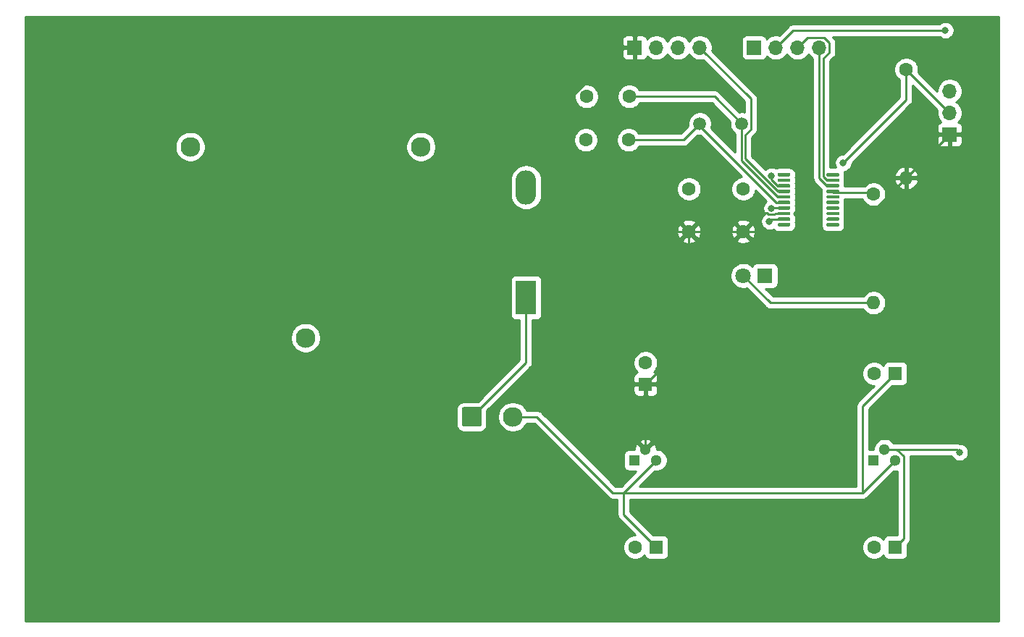
<source format=gbr>
%TF.GenerationSoftware,KiCad,Pcbnew,5.1.12-84ad8e8a86~92~ubuntu20.04.1*%
%TF.CreationDate,2021-12-12T14:48:12+01:00*%
%TF.ProjectId,funkwecker,66756e6b-7765-4636-9b65-722e6b696361,0.1*%
%TF.SameCoordinates,Original*%
%TF.FileFunction,Copper,L1,Top*%
%TF.FilePolarity,Positive*%
%FSLAX46Y46*%
G04 Gerber Fmt 4.6, Leading zero omitted, Abs format (unit mm)*
G04 Created by KiCad (PCBNEW 5.1.12-84ad8e8a86~92~ubuntu20.04.1) date 2021-12-12 14:48:12*
%MOMM*%
%LPD*%
G01*
G04 APERTURE LIST*
%TA.AperFunction,ComponentPad*%
%ADD10C,2.300000*%
%TD*%
%TA.AperFunction,ComponentPad*%
%ADD11R,2.410000X4.020000*%
%TD*%
%TA.AperFunction,ComponentPad*%
%ADD12O,2.410000X4.020000*%
%TD*%
%TA.AperFunction,WasherPad*%
%ADD13C,2.300000*%
%TD*%
%TA.AperFunction,ComponentPad*%
%ADD14C,1.600000*%
%TD*%
%TA.AperFunction,ComponentPad*%
%ADD15R,1.600000X1.600000*%
%TD*%
%TA.AperFunction,ComponentPad*%
%ADD16R,1.800000X1.800000*%
%TD*%
%TA.AperFunction,ComponentPad*%
%ADD17C,1.800000*%
%TD*%
%TA.AperFunction,ComponentPad*%
%ADD18R,1.700000X1.700000*%
%TD*%
%TA.AperFunction,ComponentPad*%
%ADD19O,1.700000X1.700000*%
%TD*%
%TA.AperFunction,ComponentPad*%
%ADD20O,1.600000X1.600000*%
%TD*%
%TA.AperFunction,ComponentPad*%
%ADD21R,1.300000X1.300000*%
%TD*%
%TA.AperFunction,ComponentPad*%
%ADD22C,1.300000*%
%TD*%
%TA.AperFunction,ComponentPad*%
%ADD23C,1.500000*%
%TD*%
%TA.AperFunction,ViaPad*%
%ADD24C,0.800000*%
%TD*%
%TA.AperFunction,Conductor*%
%ADD25C,0.250000*%
%TD*%
%TA.AperFunction,Conductor*%
%ADD26C,0.254000*%
%TD*%
%TA.AperFunction,Conductor*%
%ADD27C,0.100000*%
%TD*%
G04 APERTURE END LIST*
D10*
%TO.P,SW1,2*%
%TO.N,VCC*%
X141452000Y-100838000D03*
%TO.P,SW1,1*%
%TO.N,Net-(BT1-Pad1)*%
%TA.AperFunction,ComponentPad*%
G36*
G01*
X135502000Y-101738002D02*
X135502000Y-99937998D01*
G75*
G02*
X135751998Y-99688000I249998J0D01*
G01*
X137552002Y-99688000D01*
G75*
G02*
X137802000Y-99937998I0J-249998D01*
G01*
X137802000Y-101738002D01*
G75*
G02*
X137552002Y-101988000I-249998J0D01*
G01*
X135751998Y-101988000D01*
G75*
G02*
X135502000Y-101738002I0J249998D01*
G01*
G37*
%TD.AperFunction*%
%TD*%
D11*
%TO.P,BT1,1*%
%TO.N,Net-(BT1-Pad1)*%
X143002000Y-86868000D03*
D12*
%TO.P,BT1,2*%
%TO.N,GND*%
X143002000Y-73988000D03*
D13*
%TO.P,BT1,*%
%TO.N,*%
X117222000Y-91598000D03*
X130712000Y-69248000D03*
X103742000Y-69248000D03*
%TD*%
D14*
%TO.P,C1,2*%
%TO.N,GND*%
X155742000Y-116078000D03*
D15*
%TO.P,C1,1*%
%TO.N,VCC*%
X158242000Y-116078000D03*
%TD*%
%TO.P,C2,1*%
%TO.N,VDD*%
X156972000Y-97028000D03*
D14*
%TO.P,C2,2*%
%TO.N,GND*%
X156972000Y-94528000D03*
%TD*%
D15*
%TO.P,C5,1*%
%TO.N,VCC*%
X186182000Y-95758000D03*
D14*
%TO.P,C5,2*%
%TO.N,GND*%
X183682000Y-95758000D03*
%TD*%
%TO.P,C6,2*%
%TO.N,GND*%
X183682000Y-116078000D03*
D15*
%TO.P,C6,1*%
%TO.N,+5V*%
X186182000Y-116078000D03*
%TD*%
D16*
%TO.P,D1,1*%
%TO.N,GND*%
X170942000Y-84328000D03*
D17*
%TO.P,D1,2*%
%TO.N,Net-(D1-Pad2)*%
X168402000Y-84328000D03*
%TD*%
D18*
%TO.P,J1,1*%
%TO.N,VDD*%
X192532000Y-67818000D03*
D19*
%TO.P,J1,2*%
%TO.N,DCF_SIGNAL*%
X192532000Y-65278000D03*
%TO.P,J1,3*%
%TO.N,GND*%
X192532000Y-62738000D03*
%TD*%
D18*
%TO.P,J2,1*%
%TO.N,VDD*%
X155702000Y-57658000D03*
D19*
%TO.P,J2,2*%
%TO.N,SWIM_I_O*%
X158242000Y-57658000D03*
%TO.P,J2,3*%
%TO.N,GND*%
X160782000Y-57658000D03*
%TO.P,J2,4*%
%TO.N,RESET*%
X163322000Y-57658000D03*
%TD*%
%TO.P,J3,4*%
%TO.N,LED_DISPLAY_CLK*%
X177292000Y-57658000D03*
%TO.P,J3,3*%
%TO.N,LED_DISPLAY_DATA*%
X174752000Y-57658000D03*
%TO.P,J3,2*%
%TO.N,+5V*%
X172212000Y-57658000D03*
D18*
%TO.P,J3,1*%
%TO.N,GND*%
X169672000Y-57658000D03*
%TD*%
D20*
%TO.P,R1,2*%
%TO.N,VDD*%
X187452000Y-72898000D03*
D14*
%TO.P,R1,1*%
%TO.N,DCF_SIGNAL*%
X187452000Y-60198000D03*
%TD*%
%TO.P,R2,1*%
%TO.N,Test_LED*%
X183642000Y-74803000D03*
D20*
%TO.P,R2,2*%
%TO.N,Net-(D1-Pad2)*%
X183642000Y-87503000D03*
%TD*%
D21*
%TO.P,U1,1*%
%TO.N,GND*%
X155702000Y-105918000D03*
D22*
%TO.P,U1,3*%
%TO.N,VCC*%
X158242000Y-105918000D03*
%TO.P,U1,2*%
%TO.N,VDD*%
X156972000Y-104648000D03*
%TD*%
%TO.P,U2,1*%
%TO.N,Net-(U2-Pad1)*%
%TA.AperFunction,SMDPad,CuDef*%
G36*
G01*
X172422000Y-72613000D02*
X172422000Y-72413000D01*
G75*
G02*
X172522000Y-72313000I100000J0D01*
G01*
X173797000Y-72313000D01*
G75*
G02*
X173897000Y-72413000I0J-100000D01*
G01*
X173897000Y-72613000D01*
G75*
G02*
X173797000Y-72713000I-100000J0D01*
G01*
X172522000Y-72713000D01*
G75*
G02*
X172422000Y-72613000I0J100000D01*
G01*
G37*
%TD.AperFunction*%
%TO.P,U2,2*%
%TO.N,Net-(U2-Pad2)*%
%TA.AperFunction,SMDPad,CuDef*%
G36*
G01*
X172422000Y-73263000D02*
X172422000Y-73063000D01*
G75*
G02*
X172522000Y-72963000I100000J0D01*
G01*
X173797000Y-72963000D01*
G75*
G02*
X173897000Y-73063000I0J-100000D01*
G01*
X173897000Y-73263000D01*
G75*
G02*
X173797000Y-73363000I-100000J0D01*
G01*
X172522000Y-73363000D01*
G75*
G02*
X172422000Y-73263000I0J100000D01*
G01*
G37*
%TD.AperFunction*%
%TO.P,U2,3*%
%TO.N,SWIM_I_O*%
%TA.AperFunction,SMDPad,CuDef*%
G36*
G01*
X172422000Y-73913000D02*
X172422000Y-73713000D01*
G75*
G02*
X172522000Y-73613000I100000J0D01*
G01*
X173797000Y-73613000D01*
G75*
G02*
X173897000Y-73713000I0J-100000D01*
G01*
X173897000Y-73913000D01*
G75*
G02*
X173797000Y-74013000I-100000J0D01*
G01*
X172522000Y-74013000D01*
G75*
G02*
X172422000Y-73913000I0J100000D01*
G01*
G37*
%TD.AperFunction*%
%TO.P,U2,4*%
%TO.N,RESET*%
%TA.AperFunction,SMDPad,CuDef*%
G36*
G01*
X172422000Y-74563000D02*
X172422000Y-74363000D01*
G75*
G02*
X172522000Y-74263000I100000J0D01*
G01*
X173797000Y-74263000D01*
G75*
G02*
X173897000Y-74363000I0J-100000D01*
G01*
X173897000Y-74563000D01*
G75*
G02*
X173797000Y-74663000I-100000J0D01*
G01*
X172522000Y-74663000D01*
G75*
G02*
X172422000Y-74563000I0J100000D01*
G01*
G37*
%TD.AperFunction*%
%TO.P,U2,5*%
%TO.N,OSC_IN*%
%TA.AperFunction,SMDPad,CuDef*%
G36*
G01*
X172422000Y-75213000D02*
X172422000Y-75013000D01*
G75*
G02*
X172522000Y-74913000I100000J0D01*
G01*
X173797000Y-74913000D01*
G75*
G02*
X173897000Y-75013000I0J-100000D01*
G01*
X173897000Y-75213000D01*
G75*
G02*
X173797000Y-75313000I-100000J0D01*
G01*
X172522000Y-75313000D01*
G75*
G02*
X172422000Y-75213000I0J100000D01*
G01*
G37*
%TD.AperFunction*%
%TO.P,U2,6*%
%TO.N,OSC_OUT*%
%TA.AperFunction,SMDPad,CuDef*%
G36*
G01*
X172422000Y-75863000D02*
X172422000Y-75663000D01*
G75*
G02*
X172522000Y-75563000I100000J0D01*
G01*
X173797000Y-75563000D01*
G75*
G02*
X173897000Y-75663000I0J-100000D01*
G01*
X173897000Y-75863000D01*
G75*
G02*
X173797000Y-75963000I-100000J0D01*
G01*
X172522000Y-75963000D01*
G75*
G02*
X172422000Y-75863000I0J100000D01*
G01*
G37*
%TD.AperFunction*%
%TO.P,U2,7*%
%TO.N,GND*%
%TA.AperFunction,SMDPad,CuDef*%
G36*
G01*
X172422000Y-76513000D02*
X172422000Y-76313000D01*
G75*
G02*
X172522000Y-76213000I100000J0D01*
G01*
X173797000Y-76213000D01*
G75*
G02*
X173897000Y-76313000I0J-100000D01*
G01*
X173897000Y-76513000D01*
G75*
G02*
X173797000Y-76613000I-100000J0D01*
G01*
X172522000Y-76613000D01*
G75*
G02*
X172422000Y-76513000I0J100000D01*
G01*
G37*
%TD.AperFunction*%
%TO.P,U2,8*%
%TO.N,VDD*%
%TA.AperFunction,SMDPad,CuDef*%
G36*
G01*
X172422000Y-77163000D02*
X172422000Y-76963000D01*
G75*
G02*
X172522000Y-76863000I100000J0D01*
G01*
X173797000Y-76863000D01*
G75*
G02*
X173897000Y-76963000I0J-100000D01*
G01*
X173897000Y-77163000D01*
G75*
G02*
X173797000Y-77263000I-100000J0D01*
G01*
X172522000Y-77263000D01*
G75*
G02*
X172422000Y-77163000I0J100000D01*
G01*
G37*
%TD.AperFunction*%
%TO.P,U2,9*%
%TO.N,DCF_SIGNAL*%
%TA.AperFunction,SMDPad,CuDef*%
G36*
G01*
X172422000Y-77813000D02*
X172422000Y-77613000D01*
G75*
G02*
X172522000Y-77513000I100000J0D01*
G01*
X173797000Y-77513000D01*
G75*
G02*
X173897000Y-77613000I0J-100000D01*
G01*
X173897000Y-77813000D01*
G75*
G02*
X173797000Y-77913000I-100000J0D01*
G01*
X172522000Y-77913000D01*
G75*
G02*
X172422000Y-77813000I0J100000D01*
G01*
G37*
%TD.AperFunction*%
%TO.P,U2,10*%
%TO.N,Net-(U2-Pad10)*%
%TA.AperFunction,SMDPad,CuDef*%
G36*
G01*
X172422000Y-78463000D02*
X172422000Y-78263000D01*
G75*
G02*
X172522000Y-78163000I100000J0D01*
G01*
X173797000Y-78163000D01*
G75*
G02*
X173897000Y-78263000I0J-100000D01*
G01*
X173897000Y-78463000D01*
G75*
G02*
X173797000Y-78563000I-100000J0D01*
G01*
X172522000Y-78563000D01*
G75*
G02*
X172422000Y-78463000I0J100000D01*
G01*
G37*
%TD.AperFunction*%
%TO.P,U2,11*%
%TO.N,Net-(U2-Pad11)*%
%TA.AperFunction,SMDPad,CuDef*%
G36*
G01*
X178147000Y-78463000D02*
X178147000Y-78263000D01*
G75*
G02*
X178247000Y-78163000I100000J0D01*
G01*
X179522000Y-78163000D01*
G75*
G02*
X179622000Y-78263000I0J-100000D01*
G01*
X179622000Y-78463000D01*
G75*
G02*
X179522000Y-78563000I-100000J0D01*
G01*
X178247000Y-78563000D01*
G75*
G02*
X178147000Y-78463000I0J100000D01*
G01*
G37*
%TD.AperFunction*%
%TO.P,U2,12*%
%TO.N,Net-(U2-Pad12)*%
%TA.AperFunction,SMDPad,CuDef*%
G36*
G01*
X178147000Y-77813000D02*
X178147000Y-77613000D01*
G75*
G02*
X178247000Y-77513000I100000J0D01*
G01*
X179522000Y-77513000D01*
G75*
G02*
X179622000Y-77613000I0J-100000D01*
G01*
X179622000Y-77813000D01*
G75*
G02*
X179522000Y-77913000I-100000J0D01*
G01*
X178247000Y-77913000D01*
G75*
G02*
X178147000Y-77813000I0J100000D01*
G01*
G37*
%TD.AperFunction*%
%TO.P,U2,13*%
%TO.N,Net-(U2-Pad13)*%
%TA.AperFunction,SMDPad,CuDef*%
G36*
G01*
X178147000Y-77163000D02*
X178147000Y-76963000D01*
G75*
G02*
X178247000Y-76863000I100000J0D01*
G01*
X179522000Y-76863000D01*
G75*
G02*
X179622000Y-76963000I0J-100000D01*
G01*
X179622000Y-77163000D01*
G75*
G02*
X179522000Y-77263000I-100000J0D01*
G01*
X178247000Y-77263000D01*
G75*
G02*
X178147000Y-77163000I0J100000D01*
G01*
G37*
%TD.AperFunction*%
%TO.P,U2,14*%
%TO.N,Net-(U2-Pad14)*%
%TA.AperFunction,SMDPad,CuDef*%
G36*
G01*
X178147000Y-76513000D02*
X178147000Y-76313000D01*
G75*
G02*
X178247000Y-76213000I100000J0D01*
G01*
X179522000Y-76213000D01*
G75*
G02*
X179622000Y-76313000I0J-100000D01*
G01*
X179622000Y-76513000D01*
G75*
G02*
X179522000Y-76613000I-100000J0D01*
G01*
X178247000Y-76613000D01*
G75*
G02*
X178147000Y-76513000I0J100000D01*
G01*
G37*
%TD.AperFunction*%
%TO.P,U2,15*%
%TO.N,Net-(U2-Pad15)*%
%TA.AperFunction,SMDPad,CuDef*%
G36*
G01*
X178147000Y-75863000D02*
X178147000Y-75663000D01*
G75*
G02*
X178247000Y-75563000I100000J0D01*
G01*
X179522000Y-75563000D01*
G75*
G02*
X179622000Y-75663000I0J-100000D01*
G01*
X179622000Y-75863000D01*
G75*
G02*
X179522000Y-75963000I-100000J0D01*
G01*
X178247000Y-75963000D01*
G75*
G02*
X178147000Y-75863000I0J100000D01*
G01*
G37*
%TD.AperFunction*%
%TO.P,U2,16*%
%TO.N,Net-(U2-Pad16)*%
%TA.AperFunction,SMDPad,CuDef*%
G36*
G01*
X178147000Y-75213000D02*
X178147000Y-75013000D01*
G75*
G02*
X178247000Y-74913000I100000J0D01*
G01*
X179522000Y-74913000D01*
G75*
G02*
X179622000Y-75013000I0J-100000D01*
G01*
X179622000Y-75213000D01*
G75*
G02*
X179522000Y-75313000I-100000J0D01*
G01*
X178247000Y-75313000D01*
G75*
G02*
X178147000Y-75213000I0J100000D01*
G01*
G37*
%TD.AperFunction*%
%TO.P,U2,17*%
%TO.N,Test_LED*%
%TA.AperFunction,SMDPad,CuDef*%
G36*
G01*
X178147000Y-74563000D02*
X178147000Y-74363000D01*
G75*
G02*
X178247000Y-74263000I100000J0D01*
G01*
X179522000Y-74263000D01*
G75*
G02*
X179622000Y-74363000I0J-100000D01*
G01*
X179622000Y-74563000D01*
G75*
G02*
X179522000Y-74663000I-100000J0D01*
G01*
X178247000Y-74663000D01*
G75*
G02*
X178147000Y-74563000I0J100000D01*
G01*
G37*
%TD.AperFunction*%
%TO.P,U2,18*%
%TO.N,LED_DISPLAY_CLK*%
%TA.AperFunction,SMDPad,CuDef*%
G36*
G01*
X178147000Y-73913000D02*
X178147000Y-73713000D01*
G75*
G02*
X178247000Y-73613000I100000J0D01*
G01*
X179522000Y-73613000D01*
G75*
G02*
X179622000Y-73713000I0J-100000D01*
G01*
X179622000Y-73913000D01*
G75*
G02*
X179522000Y-74013000I-100000J0D01*
G01*
X178247000Y-74013000D01*
G75*
G02*
X178147000Y-73913000I0J100000D01*
G01*
G37*
%TD.AperFunction*%
%TO.P,U2,19*%
%TO.N,LED_DISPLAY_DATA*%
%TA.AperFunction,SMDPad,CuDef*%
G36*
G01*
X178147000Y-73263000D02*
X178147000Y-73063000D01*
G75*
G02*
X178247000Y-72963000I100000J0D01*
G01*
X179522000Y-72963000D01*
G75*
G02*
X179622000Y-73063000I0J-100000D01*
G01*
X179622000Y-73263000D01*
G75*
G02*
X179522000Y-73363000I-100000J0D01*
G01*
X178247000Y-73363000D01*
G75*
G02*
X178147000Y-73263000I0J100000D01*
G01*
G37*
%TD.AperFunction*%
%TO.P,U2,20*%
%TO.N,Net-(U2-Pad20)*%
%TA.AperFunction,SMDPad,CuDef*%
G36*
G01*
X178147000Y-72613000D02*
X178147000Y-72413000D01*
G75*
G02*
X178247000Y-72313000I100000J0D01*
G01*
X179522000Y-72313000D01*
G75*
G02*
X179622000Y-72413000I0J-100000D01*
G01*
X179622000Y-72613000D01*
G75*
G02*
X179522000Y-72713000I-100000J0D01*
G01*
X178247000Y-72713000D01*
G75*
G02*
X178147000Y-72613000I0J100000D01*
G01*
G37*
%TD.AperFunction*%
%TD*%
%TO.P,U8,2*%
%TO.N,+5V*%
X184912000Y-104648000D03*
%TO.P,U8,3*%
%TO.N,VCC*%
X186182000Y-105918000D03*
D21*
%TO.P,U8,1*%
%TO.N,GND*%
X183642000Y-105918000D03*
%TD*%
D23*
%TO.P,Y1,1*%
%TO.N,OSC_OUT*%
X163322000Y-66548000D03*
%TO.P,Y1,2*%
%TO.N,OSC_IN*%
X168202000Y-66548000D03*
%TD*%
D14*
%TO.P,C3,1*%
%TO.N,GND*%
X168402000Y-74168000D03*
%TO.P,C3,2*%
%TO.N,VDD*%
X168402000Y-79168000D03*
%TD*%
%TO.P,C4,2*%
%TO.N,VDD*%
X162052000Y-79168000D03*
%TO.P,C4,1*%
%TO.N,GND*%
X162052000Y-74168000D03*
%TD*%
%TO.P,C7,1*%
%TO.N,OSC_IN*%
X155067000Y-63373000D03*
%TO.P,C7,2*%
%TO.N,GND*%
X150067000Y-63373000D03*
%TD*%
%TO.P,C8,2*%
%TO.N,OSC_OUT*%
X154987000Y-68453000D03*
%TO.P,C8,1*%
%TO.N,GND*%
X149987000Y-68453000D03*
%TD*%
D24*
%TO.N,GND*%
X171704000Y-76454000D03*
%TO.N,+5V*%
X192024000Y-55626000D03*
X193707001Y-104996999D03*
%TO.N,DCF_SIGNAL*%
X171450000Y-77978000D03*
X180086000Y-71120000D03*
%TO.N,SWIM_I_O*%
X171704000Y-72644000D03*
%TD*%
D25*
%TO.N,Net-(BT1-Pad1)*%
X143002000Y-94488000D02*
X136652000Y-100838000D01*
X143002000Y-86868000D02*
X143002000Y-94488000D01*
%TO.N,GND*%
X171745000Y-76413000D02*
X171704000Y-76454000D01*
X173159500Y-76413000D02*
X171745000Y-76413000D01*
%TO.N,VCC*%
X141452000Y-100838000D02*
X144272000Y-100838000D01*
X144272000Y-100838000D02*
X153162000Y-109728000D01*
X154432000Y-109728000D02*
X158242000Y-105918000D01*
X153162000Y-109728000D02*
X154432000Y-109728000D01*
X154432000Y-112268000D02*
X158242000Y-116078000D01*
X154432000Y-109728000D02*
X154432000Y-112268000D01*
X182372000Y-109728000D02*
X186182000Y-105918000D01*
X154432000Y-109728000D02*
X182372000Y-109728000D01*
X186182000Y-95758000D02*
X182372000Y-99568000D01*
X182372000Y-99568000D02*
X182372000Y-109728000D01*
%TO.N,VDD*%
X156972000Y-97028000D02*
X156972000Y-104648000D01*
X162052000Y-91948000D02*
X162052000Y-79168000D01*
X156972000Y-97028000D02*
X162052000Y-91948000D01*
X162052000Y-79168000D02*
X168402000Y-79168000D01*
X168402000Y-79168000D02*
X170579499Y-76990501D01*
X171355999Y-77179001D02*
X172052001Y-77179001D01*
X171167499Y-76990501D02*
X171355999Y-77179001D01*
X170579499Y-76990501D02*
X171167499Y-76990501D01*
X172168002Y-77063000D02*
X173159500Y-77063000D01*
X172052001Y-77179001D02*
X172168002Y-77063000D01*
X154116998Y-57658000D02*
X155702000Y-57658000D01*
X146558000Y-65216998D02*
X154116998Y-57658000D01*
X146558000Y-72390000D02*
X146558000Y-65216998D01*
X153336000Y-79168000D02*
X146558000Y-72390000D01*
X162052000Y-79168000D02*
X153336000Y-79168000D01*
X192532000Y-67818000D02*
X187452000Y-72898000D01*
X181182000Y-79168000D02*
X168402000Y-79168000D01*
X187452000Y-72898000D02*
X181182000Y-79168000D01*
%TO.N,+5V*%
X187157001Y-105449999D02*
X187157001Y-115102999D01*
X187157001Y-115102999D02*
X186182000Y-116078000D01*
X186355002Y-104648000D02*
X187157001Y-105449999D01*
X184912000Y-104648000D02*
X186355002Y-104648000D01*
X172212000Y-57658000D02*
X174244000Y-55626000D01*
X174244000Y-55626000D02*
X192024000Y-55626000D01*
X192024000Y-55626000D02*
X192024000Y-55626000D01*
X193358002Y-104648000D02*
X184912000Y-104648000D01*
X193707001Y-104996999D02*
X193358002Y-104648000D01*
%TO.N,Net-(D1-Pad2)*%
X171577000Y-87503000D02*
X168402000Y-84328000D01*
X183642000Y-87503000D02*
X171577000Y-87503000D01*
%TO.N,DCF_SIGNAL*%
X192532000Y-65278000D02*
X187452000Y-60198000D01*
X187452000Y-60198000D02*
X187452000Y-63754000D01*
X187452000Y-63754000D02*
X180086000Y-71120000D01*
X180086000Y-71120000D02*
X180086000Y-71120000D01*
X171715000Y-77713000D02*
X173159500Y-77713000D01*
X171450000Y-77978000D02*
X171715000Y-77713000D01*
%TO.N,SWIM_I_O*%
X172470942Y-73813000D02*
X171704000Y-73046058D01*
X173159500Y-73813000D02*
X172470942Y-73813000D01*
X171704000Y-73046058D02*
X171704000Y-72644000D01*
X171704000Y-72644000D02*
X171704000Y-72629942D01*
%TO.N,RESET*%
X168656000Y-70661648D02*
X172457352Y-74463000D01*
X168656000Y-67818000D02*
X168656000Y-70661648D01*
X172457352Y-74463000D02*
X173159500Y-74463000D01*
X169277001Y-67196999D02*
X168656000Y-67818000D01*
X169277001Y-63613001D02*
X169277001Y-67196999D01*
X163322000Y-57658000D02*
X169277001Y-63613001D01*
%TO.N,LED_DISPLAY_CLK*%
X178195942Y-73813000D02*
X178884500Y-73813000D01*
X177292000Y-72909058D02*
X178195942Y-73813000D01*
X177292000Y-57658000D02*
X177292000Y-72909058D01*
%TO.N,LED_DISPLAY_DATA*%
X177856001Y-56482999D02*
X175927001Y-56482999D01*
X178467001Y-57093999D02*
X177856001Y-56482999D01*
X178467001Y-58222001D02*
X178467001Y-57093999D01*
X177800000Y-58889002D02*
X178467001Y-58222001D01*
X175927001Y-56482999D02*
X174752000Y-57658000D01*
X177800000Y-72767058D02*
X177800000Y-58889002D01*
X178195942Y-73163000D02*
X177800000Y-72767058D01*
X178884500Y-73163000D02*
X178195942Y-73163000D01*
%TO.N,Test_LED*%
X183426990Y-74587990D02*
X183642000Y-74803000D01*
X178981990Y-74587990D02*
X183426990Y-74587990D01*
X178884500Y-74490500D02*
X178981990Y-74587990D01*
X178884500Y-74463000D02*
X178884500Y-74490500D01*
%TO.N,OSC_IN*%
X165027000Y-63373000D02*
X168202000Y-66548000D01*
X172470942Y-75113000D02*
X173159500Y-75113000D01*
X168202000Y-70844058D02*
X172470942Y-75113000D01*
X168202000Y-66548000D02*
X168202000Y-70844058D01*
X155067000Y-63373000D02*
X165027000Y-63373000D01*
%TO.N,OSC_OUT*%
X161417000Y-68453000D02*
X163322000Y-66548000D01*
X154987000Y-68453000D02*
X161417000Y-68453000D01*
X172283000Y-75763000D02*
X173159500Y-75763000D01*
X163322000Y-66802000D02*
X172283000Y-75763000D01*
X163322000Y-66548000D02*
X163322000Y-66802000D01*
%TD*%
D26*
%TO.N,VDD*%
X198222001Y-124689000D02*
X84480000Y-124689000D01*
X84480000Y-99937998D01*
X134863928Y-99937998D01*
X134863928Y-101738002D01*
X134880992Y-101911256D01*
X134931528Y-102077852D01*
X135013595Y-102231387D01*
X135124038Y-102365962D01*
X135258613Y-102476405D01*
X135412148Y-102558472D01*
X135578744Y-102609008D01*
X135751998Y-102626072D01*
X137552002Y-102626072D01*
X137725256Y-102609008D01*
X137891852Y-102558472D01*
X138045387Y-102476405D01*
X138179962Y-102365962D01*
X138290405Y-102231387D01*
X138372472Y-102077852D01*
X138423008Y-101911256D01*
X138440072Y-101738002D01*
X138440072Y-100662193D01*
X139667000Y-100662193D01*
X139667000Y-101013807D01*
X139735596Y-101358665D01*
X139870153Y-101683515D01*
X140065500Y-101975871D01*
X140314129Y-102224500D01*
X140606485Y-102419847D01*
X140931335Y-102554404D01*
X141276193Y-102623000D01*
X141627807Y-102623000D01*
X141972665Y-102554404D01*
X142297515Y-102419847D01*
X142589871Y-102224500D01*
X142838500Y-101975871D01*
X143033847Y-101683515D01*
X143069268Y-101598000D01*
X143957199Y-101598000D01*
X152598201Y-110239003D01*
X152621999Y-110268001D01*
X152650997Y-110291799D01*
X152737724Y-110362974D01*
X152869753Y-110433546D01*
X153013014Y-110477003D01*
X153162000Y-110491677D01*
X153199333Y-110488000D01*
X153672000Y-110488000D01*
X153672001Y-112230668D01*
X153668324Y-112268000D01*
X153682998Y-112416985D01*
X153726454Y-112560246D01*
X153797026Y-112692276D01*
X153868201Y-112779002D01*
X153892000Y-112808001D01*
X153920998Y-112831799D01*
X155732199Y-114643000D01*
X155600665Y-114643000D01*
X155323426Y-114698147D01*
X155062273Y-114806320D01*
X154827241Y-114963363D01*
X154627363Y-115163241D01*
X154470320Y-115398273D01*
X154362147Y-115659426D01*
X154307000Y-115936665D01*
X154307000Y-116219335D01*
X154362147Y-116496574D01*
X154470320Y-116757727D01*
X154627363Y-116992759D01*
X154827241Y-117192637D01*
X155062273Y-117349680D01*
X155323426Y-117457853D01*
X155600665Y-117513000D01*
X155883335Y-117513000D01*
X156160574Y-117457853D01*
X156421727Y-117349680D01*
X156656759Y-117192637D01*
X156823339Y-117026057D01*
X156852498Y-117122180D01*
X156911463Y-117232494D01*
X156990815Y-117329185D01*
X157087506Y-117408537D01*
X157197820Y-117467502D01*
X157317518Y-117503812D01*
X157442000Y-117516072D01*
X159042000Y-117516072D01*
X159166482Y-117503812D01*
X159286180Y-117467502D01*
X159396494Y-117408537D01*
X159493185Y-117329185D01*
X159572537Y-117232494D01*
X159631502Y-117122180D01*
X159667812Y-117002482D01*
X159680072Y-116878000D01*
X159680072Y-115278000D01*
X159667812Y-115153518D01*
X159631502Y-115033820D01*
X159572537Y-114923506D01*
X159493185Y-114826815D01*
X159396494Y-114747463D01*
X159286180Y-114688498D01*
X159166482Y-114652188D01*
X159042000Y-114639928D01*
X157878730Y-114639928D01*
X155192000Y-111953199D01*
X155192000Y-110488000D01*
X182334667Y-110488000D01*
X182372000Y-110491677D01*
X182520986Y-110477003D01*
X182664247Y-110433546D01*
X182796276Y-110362974D01*
X182912001Y-110268001D01*
X182935804Y-110238997D01*
X185985678Y-107189124D01*
X186055439Y-107203000D01*
X186308561Y-107203000D01*
X186397001Y-107185409D01*
X186397002Y-114639928D01*
X185382000Y-114639928D01*
X185257518Y-114652188D01*
X185137820Y-114688498D01*
X185027506Y-114747463D01*
X184930815Y-114826815D01*
X184851463Y-114923506D01*
X184792498Y-115033820D01*
X184763339Y-115129943D01*
X184596759Y-114963363D01*
X184361727Y-114806320D01*
X184100574Y-114698147D01*
X183823335Y-114643000D01*
X183540665Y-114643000D01*
X183263426Y-114698147D01*
X183002273Y-114806320D01*
X182767241Y-114963363D01*
X182567363Y-115163241D01*
X182410320Y-115398273D01*
X182302147Y-115659426D01*
X182247000Y-115936665D01*
X182247000Y-116219335D01*
X182302147Y-116496574D01*
X182410320Y-116757727D01*
X182567363Y-116992759D01*
X182767241Y-117192637D01*
X183002273Y-117349680D01*
X183263426Y-117457853D01*
X183540665Y-117513000D01*
X183823335Y-117513000D01*
X184100574Y-117457853D01*
X184361727Y-117349680D01*
X184596759Y-117192637D01*
X184763339Y-117026057D01*
X184792498Y-117122180D01*
X184851463Y-117232494D01*
X184930815Y-117329185D01*
X185027506Y-117408537D01*
X185137820Y-117467502D01*
X185257518Y-117503812D01*
X185382000Y-117516072D01*
X186982000Y-117516072D01*
X187106482Y-117503812D01*
X187226180Y-117467502D01*
X187336494Y-117408537D01*
X187433185Y-117329185D01*
X187512537Y-117232494D01*
X187571502Y-117122180D01*
X187607812Y-117002482D01*
X187620072Y-116878000D01*
X187620072Y-115714730D01*
X187668004Y-115666798D01*
X187697002Y-115643000D01*
X187791975Y-115527275D01*
X187862547Y-115395246D01*
X187906004Y-115251985D01*
X187917001Y-115140332D01*
X187917001Y-115140324D01*
X187920677Y-115102999D01*
X187917001Y-115065674D01*
X187917001Y-105487322D01*
X187920677Y-105449999D01*
X187917001Y-105412676D01*
X187917001Y-105412666D01*
X187916541Y-105408000D01*
X192756967Y-105408000D01*
X192789796Y-105487255D01*
X192903064Y-105656773D01*
X193047227Y-105800936D01*
X193216745Y-105914204D01*
X193405103Y-105992225D01*
X193605062Y-106031999D01*
X193808940Y-106031999D01*
X194008899Y-105992225D01*
X194197257Y-105914204D01*
X194366775Y-105800936D01*
X194510938Y-105656773D01*
X194624206Y-105487255D01*
X194702227Y-105298897D01*
X194742001Y-105098938D01*
X194742001Y-104895060D01*
X194702227Y-104695101D01*
X194624206Y-104506743D01*
X194510938Y-104337225D01*
X194366775Y-104193062D01*
X194197257Y-104079794D01*
X194008899Y-104001773D01*
X193808940Y-103961999D01*
X193686815Y-103961999D01*
X193650249Y-103942454D01*
X193506988Y-103898997D01*
X193395335Y-103888000D01*
X193395324Y-103888000D01*
X193358002Y-103884324D01*
X193320680Y-103888000D01*
X186392324Y-103888000D01*
X186355002Y-103884324D01*
X186317680Y-103888000D01*
X185949641Y-103888000D01*
X185910125Y-103828860D01*
X185731140Y-103649875D01*
X185520676Y-103509247D01*
X185286821Y-103412381D01*
X185038561Y-103363000D01*
X184785439Y-103363000D01*
X184537179Y-103412381D01*
X184303324Y-103509247D01*
X184092860Y-103649875D01*
X183913875Y-103828860D01*
X183773247Y-104039324D01*
X183676381Y-104273179D01*
X183627000Y-104521439D01*
X183627000Y-104629928D01*
X183132000Y-104629928D01*
X183132000Y-99882801D01*
X185818730Y-97196072D01*
X186982000Y-97196072D01*
X187106482Y-97183812D01*
X187226180Y-97147502D01*
X187336494Y-97088537D01*
X187433185Y-97009185D01*
X187512537Y-96912494D01*
X187571502Y-96802180D01*
X187607812Y-96682482D01*
X187620072Y-96558000D01*
X187620072Y-94958000D01*
X187607812Y-94833518D01*
X187571502Y-94713820D01*
X187512537Y-94603506D01*
X187433185Y-94506815D01*
X187336494Y-94427463D01*
X187226180Y-94368498D01*
X187106482Y-94332188D01*
X186982000Y-94319928D01*
X185382000Y-94319928D01*
X185257518Y-94332188D01*
X185137820Y-94368498D01*
X185027506Y-94427463D01*
X184930815Y-94506815D01*
X184851463Y-94603506D01*
X184792498Y-94713820D01*
X184763339Y-94809943D01*
X184596759Y-94643363D01*
X184361727Y-94486320D01*
X184100574Y-94378147D01*
X183823335Y-94323000D01*
X183540665Y-94323000D01*
X183263426Y-94378147D01*
X183002273Y-94486320D01*
X182767241Y-94643363D01*
X182567363Y-94843241D01*
X182410320Y-95078273D01*
X182302147Y-95339426D01*
X182247000Y-95616665D01*
X182247000Y-95899335D01*
X182302147Y-96176574D01*
X182410320Y-96437727D01*
X182567363Y-96672759D01*
X182767241Y-96872637D01*
X183002273Y-97029680D01*
X183263426Y-97137853D01*
X183540665Y-97193000D01*
X183672199Y-97193000D01*
X181861003Y-99004196D01*
X181831999Y-99027999D01*
X181799999Y-99066992D01*
X181737026Y-99143724D01*
X181707162Y-99199595D01*
X181666454Y-99275754D01*
X181622997Y-99419015D01*
X181612000Y-99530668D01*
X181612000Y-99530678D01*
X181608324Y-99568000D01*
X181612000Y-99605322D01*
X181612001Y-108968000D01*
X156266801Y-108968000D01*
X158045678Y-107189124D01*
X158115439Y-107203000D01*
X158368561Y-107203000D01*
X158616821Y-107153619D01*
X158850676Y-107056753D01*
X159061140Y-106916125D01*
X159240125Y-106737140D01*
X159380753Y-106526676D01*
X159477619Y-106292821D01*
X159527000Y-106044561D01*
X159527000Y-105791439D01*
X159477619Y-105543179D01*
X159380753Y-105309324D01*
X159240125Y-105098860D01*
X159061140Y-104919875D01*
X158850676Y-104779247D01*
X158616821Y-104682381D01*
X158368561Y-104633000D01*
X158258559Y-104633000D01*
X158260952Y-104571545D01*
X158221270Y-104321551D01*
X158133578Y-104084104D01*
X158086201Y-103995466D01*
X157857527Y-103942078D01*
X157151605Y-104648000D01*
X157165748Y-104662143D01*
X156986143Y-104841748D01*
X156972000Y-104827605D01*
X156957858Y-104841748D01*
X156778253Y-104662143D01*
X156792395Y-104648000D01*
X156086473Y-103942078D01*
X155857799Y-103995466D01*
X155751905Y-104225374D01*
X155692898Y-104471524D01*
X155686729Y-104629928D01*
X155052000Y-104629928D01*
X154927518Y-104642188D01*
X154807820Y-104678498D01*
X154697506Y-104737463D01*
X154600815Y-104816815D01*
X154521463Y-104913506D01*
X154462498Y-105023820D01*
X154426188Y-105143518D01*
X154413928Y-105268000D01*
X154413928Y-106568000D01*
X154426188Y-106692482D01*
X154462498Y-106812180D01*
X154521463Y-106922494D01*
X154600815Y-107019185D01*
X154697506Y-107098537D01*
X154807820Y-107157502D01*
X154927518Y-107193812D01*
X155052000Y-107206072D01*
X155879126Y-107206072D01*
X154117199Y-108968000D01*
X153476802Y-108968000D01*
X148271275Y-103762473D01*
X156266078Y-103762473D01*
X156972000Y-104468395D01*
X157677922Y-103762473D01*
X157624534Y-103533799D01*
X157394626Y-103427905D01*
X157148476Y-103368898D01*
X156895545Y-103359048D01*
X156645551Y-103398730D01*
X156408104Y-103486422D01*
X156319466Y-103533799D01*
X156266078Y-103762473D01*
X148271275Y-103762473D01*
X144835804Y-100327003D01*
X144812001Y-100297999D01*
X144696276Y-100203026D01*
X144564247Y-100132454D01*
X144420986Y-100088997D01*
X144309333Y-100078000D01*
X144309322Y-100078000D01*
X144272000Y-100074324D01*
X144234678Y-100078000D01*
X143069268Y-100078000D01*
X143033847Y-99992485D01*
X142838500Y-99700129D01*
X142589871Y-99451500D01*
X142297515Y-99256153D01*
X141972665Y-99121596D01*
X141627807Y-99053000D01*
X141276193Y-99053000D01*
X140931335Y-99121596D01*
X140606485Y-99256153D01*
X140314129Y-99451500D01*
X140065500Y-99700129D01*
X139870153Y-99992485D01*
X139735596Y-100317335D01*
X139667000Y-100662193D01*
X138440072Y-100662193D01*
X138440072Y-100124729D01*
X140736801Y-97828000D01*
X155533928Y-97828000D01*
X155546188Y-97952482D01*
X155582498Y-98072180D01*
X155641463Y-98182494D01*
X155720815Y-98279185D01*
X155817506Y-98358537D01*
X155927820Y-98417502D01*
X156047518Y-98453812D01*
X156172000Y-98466072D01*
X156686250Y-98463000D01*
X156845000Y-98304250D01*
X156845000Y-97155000D01*
X157099000Y-97155000D01*
X157099000Y-98304250D01*
X157257750Y-98463000D01*
X157772000Y-98466072D01*
X157896482Y-98453812D01*
X158016180Y-98417502D01*
X158126494Y-98358537D01*
X158223185Y-98279185D01*
X158302537Y-98182494D01*
X158361502Y-98072180D01*
X158397812Y-97952482D01*
X158410072Y-97828000D01*
X158407000Y-97313750D01*
X158248250Y-97155000D01*
X157099000Y-97155000D01*
X156845000Y-97155000D01*
X155695750Y-97155000D01*
X155537000Y-97313750D01*
X155533928Y-97828000D01*
X140736801Y-97828000D01*
X142336801Y-96228000D01*
X155533928Y-96228000D01*
X155537000Y-96742250D01*
X155695750Y-96901000D01*
X156845000Y-96901000D01*
X156845000Y-96881000D01*
X157099000Y-96881000D01*
X157099000Y-96901000D01*
X158248250Y-96901000D01*
X158407000Y-96742250D01*
X158410072Y-96228000D01*
X158397812Y-96103518D01*
X158361502Y-95983820D01*
X158302537Y-95873506D01*
X158223185Y-95776815D01*
X158126494Y-95697463D01*
X158016180Y-95638498D01*
X157920057Y-95609339D01*
X158086637Y-95442759D01*
X158243680Y-95207727D01*
X158351853Y-94946574D01*
X158407000Y-94669335D01*
X158407000Y-94386665D01*
X158351853Y-94109426D01*
X158243680Y-93848273D01*
X158086637Y-93613241D01*
X157886759Y-93413363D01*
X157651727Y-93256320D01*
X157390574Y-93148147D01*
X157113335Y-93093000D01*
X156830665Y-93093000D01*
X156553426Y-93148147D01*
X156292273Y-93256320D01*
X156057241Y-93413363D01*
X155857363Y-93613241D01*
X155700320Y-93848273D01*
X155592147Y-94109426D01*
X155537000Y-94386665D01*
X155537000Y-94669335D01*
X155592147Y-94946574D01*
X155700320Y-95207727D01*
X155857363Y-95442759D01*
X156023943Y-95609339D01*
X155927820Y-95638498D01*
X155817506Y-95697463D01*
X155720815Y-95776815D01*
X155641463Y-95873506D01*
X155582498Y-95983820D01*
X155546188Y-96103518D01*
X155533928Y-96228000D01*
X142336801Y-96228000D01*
X143513003Y-95051799D01*
X143542001Y-95028001D01*
X143569639Y-94994324D01*
X143636974Y-94912277D01*
X143707546Y-94780247D01*
X143741190Y-94669335D01*
X143751003Y-94636986D01*
X143762000Y-94525333D01*
X143762000Y-94525324D01*
X143765676Y-94488001D01*
X143762000Y-94450678D01*
X143762000Y-89516072D01*
X144207000Y-89516072D01*
X144331482Y-89503812D01*
X144451180Y-89467502D01*
X144561494Y-89408537D01*
X144658185Y-89329185D01*
X144737537Y-89232494D01*
X144796502Y-89122180D01*
X144832812Y-89002482D01*
X144845072Y-88878000D01*
X144845072Y-84858000D01*
X144832812Y-84733518D01*
X144796502Y-84613820D01*
X144737537Y-84503506D01*
X144658185Y-84406815D01*
X144561494Y-84327463D01*
X144451180Y-84268498D01*
X144331482Y-84232188D01*
X144207000Y-84219928D01*
X141797000Y-84219928D01*
X141672518Y-84232188D01*
X141552820Y-84268498D01*
X141442506Y-84327463D01*
X141345815Y-84406815D01*
X141266463Y-84503506D01*
X141207498Y-84613820D01*
X141171188Y-84733518D01*
X141158928Y-84858000D01*
X141158928Y-88878000D01*
X141171188Y-89002482D01*
X141207498Y-89122180D01*
X141266463Y-89232494D01*
X141345815Y-89329185D01*
X141442506Y-89408537D01*
X141552820Y-89467502D01*
X141672518Y-89503812D01*
X141797000Y-89516072D01*
X142242000Y-89516072D01*
X142242001Y-94173197D01*
X137365271Y-99049928D01*
X135751998Y-99049928D01*
X135578744Y-99066992D01*
X135412148Y-99117528D01*
X135258613Y-99199595D01*
X135124038Y-99310038D01*
X135013595Y-99444613D01*
X134931528Y-99598148D01*
X134880992Y-99764744D01*
X134863928Y-99937998D01*
X84480000Y-99937998D01*
X84480000Y-91422193D01*
X115437000Y-91422193D01*
X115437000Y-91773807D01*
X115505596Y-92118665D01*
X115640153Y-92443515D01*
X115835500Y-92735871D01*
X116084129Y-92984500D01*
X116376485Y-93179847D01*
X116701335Y-93314404D01*
X117046193Y-93383000D01*
X117397807Y-93383000D01*
X117742665Y-93314404D01*
X118067515Y-93179847D01*
X118359871Y-92984500D01*
X118608500Y-92735871D01*
X118803847Y-92443515D01*
X118938404Y-92118665D01*
X119007000Y-91773807D01*
X119007000Y-91422193D01*
X118938404Y-91077335D01*
X118803847Y-90752485D01*
X118608500Y-90460129D01*
X118359871Y-90211500D01*
X118067515Y-90016153D01*
X117742665Y-89881596D01*
X117397807Y-89813000D01*
X117046193Y-89813000D01*
X116701335Y-89881596D01*
X116376485Y-90016153D01*
X116084129Y-90211500D01*
X115835500Y-90460129D01*
X115640153Y-90752485D01*
X115505596Y-91077335D01*
X115437000Y-91422193D01*
X84480000Y-91422193D01*
X84480000Y-84176816D01*
X166867000Y-84176816D01*
X166867000Y-84479184D01*
X166925989Y-84775743D01*
X167041701Y-85055095D01*
X167209688Y-85306505D01*
X167423495Y-85520312D01*
X167674905Y-85688299D01*
X167954257Y-85804011D01*
X168250816Y-85863000D01*
X168553184Y-85863000D01*
X168810930Y-85811731D01*
X171013201Y-88014003D01*
X171036999Y-88043001D01*
X171065997Y-88066799D01*
X171152723Y-88137974D01*
X171284753Y-88208546D01*
X171428014Y-88252003D01*
X171539667Y-88263000D01*
X171539676Y-88263000D01*
X171576999Y-88266676D01*
X171614322Y-88263000D01*
X182423957Y-88263000D01*
X182527363Y-88417759D01*
X182727241Y-88617637D01*
X182962273Y-88774680D01*
X183223426Y-88882853D01*
X183500665Y-88938000D01*
X183783335Y-88938000D01*
X184060574Y-88882853D01*
X184321727Y-88774680D01*
X184556759Y-88617637D01*
X184756637Y-88417759D01*
X184913680Y-88182727D01*
X185021853Y-87921574D01*
X185077000Y-87644335D01*
X185077000Y-87361665D01*
X185021853Y-87084426D01*
X184913680Y-86823273D01*
X184756637Y-86588241D01*
X184556759Y-86388363D01*
X184321727Y-86231320D01*
X184060574Y-86123147D01*
X183783335Y-86068000D01*
X183500665Y-86068000D01*
X183223426Y-86123147D01*
X182962273Y-86231320D01*
X182727241Y-86388363D01*
X182527363Y-86588241D01*
X182423957Y-86743000D01*
X171891802Y-86743000D01*
X171014874Y-85866072D01*
X171842000Y-85866072D01*
X171966482Y-85853812D01*
X172086180Y-85817502D01*
X172196494Y-85758537D01*
X172293185Y-85679185D01*
X172372537Y-85582494D01*
X172431502Y-85472180D01*
X172467812Y-85352482D01*
X172480072Y-85228000D01*
X172480072Y-83428000D01*
X172467812Y-83303518D01*
X172431502Y-83183820D01*
X172372537Y-83073506D01*
X172293185Y-82976815D01*
X172196494Y-82897463D01*
X172086180Y-82838498D01*
X171966482Y-82802188D01*
X171842000Y-82789928D01*
X170042000Y-82789928D01*
X169917518Y-82802188D01*
X169797820Y-82838498D01*
X169687506Y-82897463D01*
X169590815Y-82976815D01*
X169511463Y-83073506D01*
X169452498Y-83183820D01*
X169446944Y-83202127D01*
X169380505Y-83135688D01*
X169129095Y-82967701D01*
X168849743Y-82851989D01*
X168553184Y-82793000D01*
X168250816Y-82793000D01*
X167954257Y-82851989D01*
X167674905Y-82967701D01*
X167423495Y-83135688D01*
X167209688Y-83349495D01*
X167041701Y-83600905D01*
X166925989Y-83880257D01*
X166867000Y-84176816D01*
X84480000Y-84176816D01*
X84480000Y-80160702D01*
X161238903Y-80160702D01*
X161310486Y-80404671D01*
X161565996Y-80525571D01*
X161840184Y-80594300D01*
X162122512Y-80608217D01*
X162402130Y-80566787D01*
X162668292Y-80471603D01*
X162793514Y-80404671D01*
X162865097Y-80160702D01*
X167588903Y-80160702D01*
X167660486Y-80404671D01*
X167915996Y-80525571D01*
X168190184Y-80594300D01*
X168472512Y-80608217D01*
X168752130Y-80566787D01*
X169018292Y-80471603D01*
X169143514Y-80404671D01*
X169215097Y-80160702D01*
X168402000Y-79347605D01*
X167588903Y-80160702D01*
X162865097Y-80160702D01*
X162052000Y-79347605D01*
X161238903Y-80160702D01*
X84480000Y-80160702D01*
X84480000Y-79238512D01*
X160611783Y-79238512D01*
X160653213Y-79518130D01*
X160748397Y-79784292D01*
X160815329Y-79909514D01*
X161059298Y-79981097D01*
X161872395Y-79168000D01*
X162231605Y-79168000D01*
X163044702Y-79981097D01*
X163288671Y-79909514D01*
X163409571Y-79654004D01*
X163478300Y-79379816D01*
X163485265Y-79238512D01*
X166961783Y-79238512D01*
X167003213Y-79518130D01*
X167098397Y-79784292D01*
X167165329Y-79909514D01*
X167409298Y-79981097D01*
X168222395Y-79168000D01*
X168581605Y-79168000D01*
X169394702Y-79981097D01*
X169638671Y-79909514D01*
X169759571Y-79654004D01*
X169828300Y-79379816D01*
X169842217Y-79097488D01*
X169800787Y-78817870D01*
X169705603Y-78551708D01*
X169638671Y-78426486D01*
X169394702Y-78354903D01*
X168581605Y-79168000D01*
X168222395Y-79168000D01*
X167409298Y-78354903D01*
X167165329Y-78426486D01*
X167044429Y-78681996D01*
X166975700Y-78956184D01*
X166961783Y-79238512D01*
X163485265Y-79238512D01*
X163492217Y-79097488D01*
X163450787Y-78817870D01*
X163355603Y-78551708D01*
X163288671Y-78426486D01*
X163044702Y-78354903D01*
X162231605Y-79168000D01*
X161872395Y-79168000D01*
X161059298Y-78354903D01*
X160815329Y-78426486D01*
X160694429Y-78681996D01*
X160625700Y-78956184D01*
X160611783Y-79238512D01*
X84480000Y-79238512D01*
X84480000Y-78175298D01*
X161238903Y-78175298D01*
X162052000Y-78988395D01*
X162865097Y-78175298D01*
X167588903Y-78175298D01*
X168402000Y-78988395D01*
X169215097Y-78175298D01*
X169143514Y-77931329D01*
X168888004Y-77810429D01*
X168613816Y-77741700D01*
X168331488Y-77727783D01*
X168051870Y-77769213D01*
X167785708Y-77864397D01*
X167660486Y-77931329D01*
X167588903Y-78175298D01*
X162865097Y-78175298D01*
X162793514Y-77931329D01*
X162538004Y-77810429D01*
X162263816Y-77741700D01*
X161981488Y-77727783D01*
X161701870Y-77769213D01*
X161435708Y-77864397D01*
X161310486Y-77931329D01*
X161238903Y-78175298D01*
X84480000Y-78175298D01*
X84480000Y-73092616D01*
X141162000Y-73092616D01*
X141162000Y-74883383D01*
X141188624Y-75153702D01*
X141293837Y-75500543D01*
X141464694Y-75820194D01*
X141694629Y-76100371D01*
X141974805Y-76330306D01*
X142294456Y-76501163D01*
X142641297Y-76606376D01*
X143002000Y-76641902D01*
X143362702Y-76606376D01*
X143709543Y-76501163D01*
X144029194Y-76330306D01*
X144309371Y-76100371D01*
X144539306Y-75820195D01*
X144710163Y-75500544D01*
X144815376Y-75153703D01*
X144842000Y-74883384D01*
X144842000Y-74026665D01*
X160617000Y-74026665D01*
X160617000Y-74309335D01*
X160672147Y-74586574D01*
X160780320Y-74847727D01*
X160937363Y-75082759D01*
X161137241Y-75282637D01*
X161372273Y-75439680D01*
X161633426Y-75547853D01*
X161910665Y-75603000D01*
X162193335Y-75603000D01*
X162470574Y-75547853D01*
X162731727Y-75439680D01*
X162966759Y-75282637D01*
X163166637Y-75082759D01*
X163323680Y-74847727D01*
X163431853Y-74586574D01*
X163487000Y-74309335D01*
X163487000Y-74026665D01*
X163431853Y-73749426D01*
X163323680Y-73488273D01*
X163166637Y-73253241D01*
X162966759Y-73053363D01*
X162731727Y-72896320D01*
X162470574Y-72788147D01*
X162193335Y-72733000D01*
X161910665Y-72733000D01*
X161633426Y-72788147D01*
X161372273Y-72896320D01*
X161137241Y-73053363D01*
X160937363Y-73253241D01*
X160780320Y-73488273D01*
X160672147Y-73749426D01*
X160617000Y-74026665D01*
X144842000Y-74026665D01*
X144842000Y-73092616D01*
X144815376Y-72822297D01*
X144710163Y-72475456D01*
X144539306Y-72155805D01*
X144309371Y-71875629D01*
X144029195Y-71645694D01*
X143709544Y-71474837D01*
X143362703Y-71369624D01*
X143002000Y-71334098D01*
X142641298Y-71369624D01*
X142294457Y-71474837D01*
X141974806Y-71645694D01*
X141694630Y-71875629D01*
X141464695Y-72155805D01*
X141293838Y-72475456D01*
X141188625Y-72822297D01*
X141162000Y-73092616D01*
X84480000Y-73092616D01*
X84480000Y-69072193D01*
X101957000Y-69072193D01*
X101957000Y-69423807D01*
X102025596Y-69768665D01*
X102160153Y-70093515D01*
X102355500Y-70385871D01*
X102604129Y-70634500D01*
X102896485Y-70829847D01*
X103221335Y-70964404D01*
X103566193Y-71033000D01*
X103917807Y-71033000D01*
X104262665Y-70964404D01*
X104587515Y-70829847D01*
X104879871Y-70634500D01*
X105128500Y-70385871D01*
X105323847Y-70093515D01*
X105458404Y-69768665D01*
X105527000Y-69423807D01*
X105527000Y-69072193D01*
X128927000Y-69072193D01*
X128927000Y-69423807D01*
X128995596Y-69768665D01*
X129130153Y-70093515D01*
X129325500Y-70385871D01*
X129574129Y-70634500D01*
X129866485Y-70829847D01*
X130191335Y-70964404D01*
X130536193Y-71033000D01*
X130887807Y-71033000D01*
X131232665Y-70964404D01*
X131557515Y-70829847D01*
X131849871Y-70634500D01*
X132098500Y-70385871D01*
X132293847Y-70093515D01*
X132428404Y-69768665D01*
X132497000Y-69423807D01*
X132497000Y-69072193D01*
X132428404Y-68727335D01*
X132293847Y-68402485D01*
X132233163Y-68311665D01*
X148552000Y-68311665D01*
X148552000Y-68594335D01*
X148607147Y-68871574D01*
X148715320Y-69132727D01*
X148872363Y-69367759D01*
X149072241Y-69567637D01*
X149307273Y-69724680D01*
X149568426Y-69832853D01*
X149845665Y-69888000D01*
X150128335Y-69888000D01*
X150405574Y-69832853D01*
X150666727Y-69724680D01*
X150901759Y-69567637D01*
X151101637Y-69367759D01*
X151258680Y-69132727D01*
X151366853Y-68871574D01*
X151422000Y-68594335D01*
X151422000Y-68311665D01*
X153552000Y-68311665D01*
X153552000Y-68594335D01*
X153607147Y-68871574D01*
X153715320Y-69132727D01*
X153872363Y-69367759D01*
X154072241Y-69567637D01*
X154307273Y-69724680D01*
X154568426Y-69832853D01*
X154845665Y-69888000D01*
X155128335Y-69888000D01*
X155405574Y-69832853D01*
X155666727Y-69724680D01*
X155901759Y-69567637D01*
X156101637Y-69367759D01*
X156205043Y-69213000D01*
X161379678Y-69213000D01*
X161417000Y-69216676D01*
X161454322Y-69213000D01*
X161454333Y-69213000D01*
X161565986Y-69202003D01*
X161709247Y-69158546D01*
X161841276Y-69087974D01*
X161957001Y-68993001D01*
X161980804Y-68963997D01*
X163040635Y-67904167D01*
X163185589Y-67933000D01*
X163378199Y-67933000D01*
X168191881Y-72746682D01*
X167983426Y-72788147D01*
X167722273Y-72896320D01*
X167487241Y-73053363D01*
X167287363Y-73253241D01*
X167130320Y-73488273D01*
X167022147Y-73749426D01*
X166967000Y-74026665D01*
X166967000Y-74309335D01*
X167022147Y-74586574D01*
X167130320Y-74847727D01*
X167287363Y-75082759D01*
X167487241Y-75282637D01*
X167722273Y-75439680D01*
X167983426Y-75547853D01*
X168260665Y-75603000D01*
X168543335Y-75603000D01*
X168820574Y-75547853D01*
X169081727Y-75439680D01*
X169316759Y-75282637D01*
X169516637Y-75082759D01*
X169673680Y-74847727D01*
X169781853Y-74586574D01*
X169823318Y-74378120D01*
X171074819Y-75629621D01*
X171044226Y-75650063D01*
X170900063Y-75794226D01*
X170786795Y-75963744D01*
X170708774Y-76152102D01*
X170669000Y-76352061D01*
X170669000Y-76555939D01*
X170708774Y-76755898D01*
X170786795Y-76944256D01*
X170894011Y-77104716D01*
X170790226Y-77174063D01*
X170646063Y-77318226D01*
X170532795Y-77487744D01*
X170454774Y-77676102D01*
X170415000Y-77876061D01*
X170415000Y-78079939D01*
X170454774Y-78279898D01*
X170532795Y-78468256D01*
X170646063Y-78637774D01*
X170790226Y-78781937D01*
X170959744Y-78895205D01*
X171148102Y-78973226D01*
X171348061Y-79013000D01*
X171551939Y-79013000D01*
X171751898Y-78973226D01*
X171929988Y-78899458D01*
X172000104Y-78984896D01*
X172111949Y-79076684D01*
X172239552Y-79144890D01*
X172378009Y-79186890D01*
X172522000Y-79201072D01*
X173797000Y-79201072D01*
X173940991Y-79186890D01*
X174079448Y-79144890D01*
X174207051Y-79076684D01*
X174318896Y-78984896D01*
X174410684Y-78873051D01*
X174478890Y-78745448D01*
X174520890Y-78606991D01*
X174535072Y-78463000D01*
X174535072Y-78263000D01*
X174520890Y-78119009D01*
X174496316Y-78038000D01*
X174520890Y-77956991D01*
X174535072Y-77813000D01*
X174535072Y-77613000D01*
X174520890Y-77469009D01*
X174509650Y-77431955D01*
X174520868Y-77396883D01*
X174532000Y-77294750D01*
X174373250Y-77136000D01*
X174355741Y-77136000D01*
X174318896Y-77091104D01*
X174284651Y-77063000D01*
X174318896Y-77034896D01*
X174355741Y-76990000D01*
X174373250Y-76990000D01*
X174532000Y-76831250D01*
X174520868Y-76729117D01*
X174509650Y-76694045D01*
X174520890Y-76656991D01*
X174535072Y-76513000D01*
X174535072Y-76313000D01*
X174520890Y-76169009D01*
X174496316Y-76088000D01*
X174520890Y-76006991D01*
X174535072Y-75863000D01*
X174535072Y-75663000D01*
X174520890Y-75519009D01*
X174496316Y-75438000D01*
X174520890Y-75356991D01*
X174535072Y-75213000D01*
X174535072Y-75013000D01*
X174520890Y-74869009D01*
X174496316Y-74788000D01*
X174520890Y-74706991D01*
X174535072Y-74563000D01*
X174535072Y-74363000D01*
X174520890Y-74219009D01*
X174496316Y-74138000D01*
X174520890Y-74056991D01*
X174535072Y-73913000D01*
X174535072Y-73713000D01*
X174520890Y-73569009D01*
X174496316Y-73488000D01*
X174520890Y-73406991D01*
X174535072Y-73263000D01*
X174535072Y-73063000D01*
X174520890Y-72919009D01*
X174496316Y-72838000D01*
X174520890Y-72756991D01*
X174535072Y-72613000D01*
X174535072Y-72413000D01*
X174520890Y-72269009D01*
X174478890Y-72130552D01*
X174410684Y-72002949D01*
X174318896Y-71891104D01*
X174207051Y-71799316D01*
X174079448Y-71731110D01*
X173940991Y-71689110D01*
X173797000Y-71674928D01*
X172522000Y-71674928D01*
X172378009Y-71689110D01*
X172239552Y-71731110D01*
X172217975Y-71742643D01*
X172194256Y-71726795D01*
X172005898Y-71648774D01*
X171805939Y-71609000D01*
X171602061Y-71609000D01*
X171402102Y-71648774D01*
X171213744Y-71726795D01*
X171044226Y-71840063D01*
X170976721Y-71907568D01*
X169416000Y-70346847D01*
X169416000Y-68132801D01*
X169788003Y-67760799D01*
X169817002Y-67737000D01*
X169909904Y-67623799D01*
X169911975Y-67621276D01*
X169982547Y-67489246D01*
X170011522Y-67393725D01*
X170026004Y-67345985D01*
X170037001Y-67234332D01*
X170037001Y-67234323D01*
X170040677Y-67197000D01*
X170037001Y-67159677D01*
X170037001Y-63650323D01*
X170040677Y-63613000D01*
X170037001Y-63575677D01*
X170037001Y-63575668D01*
X170026004Y-63464015D01*
X169982547Y-63320754D01*
X169911975Y-63188725D01*
X169817002Y-63073000D01*
X169788005Y-63049203D01*
X164763209Y-58024408D01*
X164807000Y-57804260D01*
X164807000Y-57511740D01*
X164749932Y-57224842D01*
X164637990Y-56954589D01*
X164540043Y-56808000D01*
X168183928Y-56808000D01*
X168183928Y-58508000D01*
X168196188Y-58632482D01*
X168232498Y-58752180D01*
X168291463Y-58862494D01*
X168370815Y-58959185D01*
X168467506Y-59038537D01*
X168577820Y-59097502D01*
X168697518Y-59133812D01*
X168822000Y-59146072D01*
X170522000Y-59146072D01*
X170646482Y-59133812D01*
X170766180Y-59097502D01*
X170876494Y-59038537D01*
X170973185Y-58959185D01*
X171052537Y-58862494D01*
X171111502Y-58752180D01*
X171133513Y-58679620D01*
X171265368Y-58811475D01*
X171508589Y-58973990D01*
X171778842Y-59085932D01*
X172065740Y-59143000D01*
X172358260Y-59143000D01*
X172645158Y-59085932D01*
X172915411Y-58973990D01*
X173158632Y-58811475D01*
X173365475Y-58604632D01*
X173482000Y-58430240D01*
X173598525Y-58604632D01*
X173805368Y-58811475D01*
X174048589Y-58973990D01*
X174318842Y-59085932D01*
X174605740Y-59143000D01*
X174898260Y-59143000D01*
X175185158Y-59085932D01*
X175455411Y-58973990D01*
X175698632Y-58811475D01*
X175905475Y-58604632D01*
X176022000Y-58430240D01*
X176138525Y-58604632D01*
X176345368Y-58811475D01*
X176532000Y-58936179D01*
X176532001Y-72871725D01*
X176528324Y-72909058D01*
X176532001Y-72946391D01*
X176542998Y-73058044D01*
X176550687Y-73083391D01*
X176586454Y-73201304D01*
X176657026Y-73333334D01*
X176728201Y-73420060D01*
X176752000Y-73449059D01*
X176780998Y-73472857D01*
X177524050Y-74215910D01*
X177523110Y-74219009D01*
X177508928Y-74363000D01*
X177508928Y-74563000D01*
X177523110Y-74706991D01*
X177547684Y-74788000D01*
X177523110Y-74869009D01*
X177508928Y-75013000D01*
X177508928Y-75213000D01*
X177523110Y-75356991D01*
X177547684Y-75438000D01*
X177523110Y-75519009D01*
X177508928Y-75663000D01*
X177508928Y-75863000D01*
X177523110Y-76006991D01*
X177547684Y-76088000D01*
X177523110Y-76169009D01*
X177508928Y-76313000D01*
X177508928Y-76513000D01*
X177523110Y-76656991D01*
X177547684Y-76738000D01*
X177523110Y-76819009D01*
X177508928Y-76963000D01*
X177508928Y-77163000D01*
X177523110Y-77306991D01*
X177547684Y-77388000D01*
X177523110Y-77469009D01*
X177508928Y-77613000D01*
X177508928Y-77813000D01*
X177523110Y-77956991D01*
X177547684Y-78038000D01*
X177523110Y-78119009D01*
X177508928Y-78263000D01*
X177508928Y-78463000D01*
X177523110Y-78606991D01*
X177565110Y-78745448D01*
X177633316Y-78873051D01*
X177725104Y-78984896D01*
X177836949Y-79076684D01*
X177964552Y-79144890D01*
X178103009Y-79186890D01*
X178247000Y-79201072D01*
X179522000Y-79201072D01*
X179665991Y-79186890D01*
X179804448Y-79144890D01*
X179932051Y-79076684D01*
X180043896Y-78984896D01*
X180135684Y-78873051D01*
X180203890Y-78745448D01*
X180245890Y-78606991D01*
X180260072Y-78463000D01*
X180260072Y-78263000D01*
X180245890Y-78119009D01*
X180221316Y-78038000D01*
X180245890Y-77956991D01*
X180260072Y-77813000D01*
X180260072Y-77613000D01*
X180245890Y-77469009D01*
X180221316Y-77388000D01*
X180245890Y-77306991D01*
X180260072Y-77163000D01*
X180260072Y-76963000D01*
X180245890Y-76819009D01*
X180221316Y-76738000D01*
X180245890Y-76656991D01*
X180260072Y-76513000D01*
X180260072Y-76313000D01*
X180245890Y-76169009D01*
X180221316Y-76088000D01*
X180245890Y-76006991D01*
X180260072Y-75863000D01*
X180260072Y-75663000D01*
X180245890Y-75519009D01*
X180221316Y-75438000D01*
X180245890Y-75356991D01*
X180246777Y-75347990D01*
X182314510Y-75347990D01*
X182370320Y-75482727D01*
X182527363Y-75717759D01*
X182727241Y-75917637D01*
X182962273Y-76074680D01*
X183223426Y-76182853D01*
X183500665Y-76238000D01*
X183783335Y-76238000D01*
X184060574Y-76182853D01*
X184321727Y-76074680D01*
X184556759Y-75917637D01*
X184756637Y-75717759D01*
X184913680Y-75482727D01*
X185021853Y-75221574D01*
X185077000Y-74944335D01*
X185077000Y-74661665D01*
X185021853Y-74384426D01*
X184913680Y-74123273D01*
X184756637Y-73888241D01*
X184556759Y-73688363D01*
X184321727Y-73531320D01*
X184060574Y-73423147D01*
X183783335Y-73368000D01*
X183500665Y-73368000D01*
X183223426Y-73423147D01*
X182962273Y-73531320D01*
X182727241Y-73688363D01*
X182587614Y-73827990D01*
X180260072Y-73827990D01*
X180260072Y-73713000D01*
X180245890Y-73569009D01*
X180221316Y-73488000D01*
X180245890Y-73406991D01*
X180260072Y-73263000D01*
X180260072Y-73247040D01*
X186060091Y-73247040D01*
X186154930Y-73511881D01*
X186299615Y-73753131D01*
X186488586Y-73961519D01*
X186714580Y-74129037D01*
X186968913Y-74249246D01*
X187102961Y-74289904D01*
X187325000Y-74167915D01*
X187325000Y-73025000D01*
X187579000Y-73025000D01*
X187579000Y-74167915D01*
X187801039Y-74289904D01*
X187935087Y-74249246D01*
X188189420Y-74129037D01*
X188415414Y-73961519D01*
X188604385Y-73753131D01*
X188749070Y-73511881D01*
X188843909Y-73247040D01*
X188722624Y-73025000D01*
X187579000Y-73025000D01*
X187325000Y-73025000D01*
X186181376Y-73025000D01*
X186060091Y-73247040D01*
X180260072Y-73247040D01*
X180260072Y-73063000D01*
X180245890Y-72919009D01*
X180221316Y-72838000D01*
X180245890Y-72756991D01*
X180260072Y-72613000D01*
X180260072Y-72548960D01*
X186060091Y-72548960D01*
X186181376Y-72771000D01*
X187325000Y-72771000D01*
X187325000Y-71628085D01*
X187579000Y-71628085D01*
X187579000Y-72771000D01*
X188722624Y-72771000D01*
X188843909Y-72548960D01*
X188749070Y-72284119D01*
X188604385Y-72042869D01*
X188415414Y-71834481D01*
X188189420Y-71666963D01*
X187935087Y-71546754D01*
X187801039Y-71506096D01*
X187579000Y-71628085D01*
X187325000Y-71628085D01*
X187102961Y-71506096D01*
X186968913Y-71546754D01*
X186714580Y-71666963D01*
X186488586Y-71834481D01*
X186299615Y-72042869D01*
X186154930Y-72284119D01*
X186060091Y-72548960D01*
X180260072Y-72548960D01*
X180260072Y-72413000D01*
X180245890Y-72269009D01*
X180209976Y-72150617D01*
X180387898Y-72115226D01*
X180576256Y-72037205D01*
X180745774Y-71923937D01*
X180889937Y-71779774D01*
X181003205Y-71610256D01*
X181081226Y-71421898D01*
X181121000Y-71221939D01*
X181121000Y-71159801D01*
X183612801Y-68668000D01*
X191043928Y-68668000D01*
X191056188Y-68792482D01*
X191092498Y-68912180D01*
X191151463Y-69022494D01*
X191230815Y-69119185D01*
X191327506Y-69198537D01*
X191437820Y-69257502D01*
X191557518Y-69293812D01*
X191682000Y-69306072D01*
X192246250Y-69303000D01*
X192405000Y-69144250D01*
X192405000Y-67945000D01*
X192659000Y-67945000D01*
X192659000Y-69144250D01*
X192817750Y-69303000D01*
X193382000Y-69306072D01*
X193506482Y-69293812D01*
X193626180Y-69257502D01*
X193736494Y-69198537D01*
X193833185Y-69119185D01*
X193912537Y-69022494D01*
X193971502Y-68912180D01*
X194007812Y-68792482D01*
X194020072Y-68668000D01*
X194017000Y-68103750D01*
X193858250Y-67945000D01*
X192659000Y-67945000D01*
X192405000Y-67945000D01*
X191205750Y-67945000D01*
X191047000Y-68103750D01*
X191043928Y-68668000D01*
X183612801Y-68668000D01*
X187963003Y-64317799D01*
X187992001Y-64294001D01*
X188050270Y-64223000D01*
X188086974Y-64178277D01*
X188157546Y-64046247D01*
X188169156Y-64007974D01*
X188201003Y-63902986D01*
X188212000Y-63791333D01*
X188212000Y-63791324D01*
X188215676Y-63754001D01*
X188212000Y-63716678D01*
X188212000Y-62032801D01*
X191090790Y-64911592D01*
X191047000Y-65131740D01*
X191047000Y-65424260D01*
X191104068Y-65711158D01*
X191216010Y-65981411D01*
X191378525Y-66224632D01*
X191510380Y-66356487D01*
X191437820Y-66378498D01*
X191327506Y-66437463D01*
X191230815Y-66516815D01*
X191151463Y-66613506D01*
X191092498Y-66723820D01*
X191056188Y-66843518D01*
X191043928Y-66968000D01*
X191047000Y-67532250D01*
X191205750Y-67691000D01*
X192405000Y-67691000D01*
X192405000Y-67671000D01*
X192659000Y-67671000D01*
X192659000Y-67691000D01*
X193858250Y-67691000D01*
X194017000Y-67532250D01*
X194020072Y-66968000D01*
X194007812Y-66843518D01*
X193971502Y-66723820D01*
X193912537Y-66613506D01*
X193833185Y-66516815D01*
X193736494Y-66437463D01*
X193626180Y-66378498D01*
X193553620Y-66356487D01*
X193685475Y-66224632D01*
X193847990Y-65981411D01*
X193959932Y-65711158D01*
X194017000Y-65424260D01*
X194017000Y-65131740D01*
X193959932Y-64844842D01*
X193847990Y-64574589D01*
X193685475Y-64331368D01*
X193478632Y-64124525D01*
X193304240Y-64008000D01*
X193478632Y-63891475D01*
X193685475Y-63684632D01*
X193847990Y-63441411D01*
X193959932Y-63171158D01*
X194017000Y-62884260D01*
X194017000Y-62591740D01*
X193959932Y-62304842D01*
X193847990Y-62034589D01*
X193685475Y-61791368D01*
X193478632Y-61584525D01*
X193235411Y-61422010D01*
X192965158Y-61310068D01*
X192678260Y-61253000D01*
X192385740Y-61253000D01*
X192098842Y-61310068D01*
X191828589Y-61422010D01*
X191585368Y-61584525D01*
X191378525Y-61791368D01*
X191216010Y-62034589D01*
X191104068Y-62304842D01*
X191047000Y-62591740D01*
X191047000Y-62718198D01*
X188850688Y-60521887D01*
X188887000Y-60339335D01*
X188887000Y-60056665D01*
X188831853Y-59779426D01*
X188723680Y-59518273D01*
X188566637Y-59283241D01*
X188366759Y-59083363D01*
X188131727Y-58926320D01*
X187870574Y-58818147D01*
X187593335Y-58763000D01*
X187310665Y-58763000D01*
X187033426Y-58818147D01*
X186772273Y-58926320D01*
X186537241Y-59083363D01*
X186337363Y-59283241D01*
X186180320Y-59518273D01*
X186072147Y-59779426D01*
X186017000Y-60056665D01*
X186017000Y-60339335D01*
X186072147Y-60616574D01*
X186180320Y-60877727D01*
X186337363Y-61112759D01*
X186537241Y-61312637D01*
X186692000Y-61416044D01*
X186692001Y-63439197D01*
X180046199Y-70085000D01*
X179984061Y-70085000D01*
X179784102Y-70124774D01*
X179595744Y-70202795D01*
X179426226Y-70316063D01*
X179282063Y-70460226D01*
X179168795Y-70629744D01*
X179090774Y-70818102D01*
X179051000Y-71018061D01*
X179051000Y-71221939D01*
X179090774Y-71421898D01*
X179168795Y-71610256D01*
X179212007Y-71674928D01*
X178560000Y-71674928D01*
X178560000Y-59203803D01*
X178978005Y-58785799D01*
X179007002Y-58762002D01*
X179101975Y-58646277D01*
X179172547Y-58514248D01*
X179216004Y-58370987D01*
X179227001Y-58259334D01*
X179227001Y-58259324D01*
X179230677Y-58222001D01*
X179227001Y-58184678D01*
X179227001Y-57131321D01*
X179230677Y-57093998D01*
X179227001Y-57056675D01*
X179227001Y-57056666D01*
X179216004Y-56945013D01*
X179172547Y-56801752D01*
X179101975Y-56669723D01*
X179071004Y-56631985D01*
X179030800Y-56582995D01*
X179030796Y-56582991D01*
X179007002Y-56553998D01*
X178978009Y-56530204D01*
X178833804Y-56386000D01*
X191320289Y-56386000D01*
X191364226Y-56429937D01*
X191533744Y-56543205D01*
X191722102Y-56621226D01*
X191922061Y-56661000D01*
X192125939Y-56661000D01*
X192325898Y-56621226D01*
X192514256Y-56543205D01*
X192683774Y-56429937D01*
X192827937Y-56285774D01*
X192941205Y-56116256D01*
X193019226Y-55927898D01*
X193059000Y-55727939D01*
X193059000Y-55524061D01*
X193019226Y-55324102D01*
X192941205Y-55135744D01*
X192827937Y-54966226D01*
X192683774Y-54822063D01*
X192514256Y-54708795D01*
X192325898Y-54630774D01*
X192125939Y-54591000D01*
X191922061Y-54591000D01*
X191722102Y-54630774D01*
X191533744Y-54708795D01*
X191364226Y-54822063D01*
X191320289Y-54866000D01*
X174281323Y-54866000D01*
X174244000Y-54862324D01*
X174206677Y-54866000D01*
X174206667Y-54866000D01*
X174095014Y-54876997D01*
X173951753Y-54920454D01*
X173819723Y-54991026D01*
X173736083Y-55059668D01*
X173703999Y-55085999D01*
X173680201Y-55114997D01*
X172578408Y-56216791D01*
X172358260Y-56173000D01*
X172065740Y-56173000D01*
X171778842Y-56230068D01*
X171508589Y-56342010D01*
X171265368Y-56504525D01*
X171133513Y-56636380D01*
X171111502Y-56563820D01*
X171052537Y-56453506D01*
X170973185Y-56356815D01*
X170876494Y-56277463D01*
X170766180Y-56218498D01*
X170646482Y-56182188D01*
X170522000Y-56169928D01*
X168822000Y-56169928D01*
X168697518Y-56182188D01*
X168577820Y-56218498D01*
X168467506Y-56277463D01*
X168370815Y-56356815D01*
X168291463Y-56453506D01*
X168232498Y-56563820D01*
X168196188Y-56683518D01*
X168183928Y-56808000D01*
X164540043Y-56808000D01*
X164475475Y-56711368D01*
X164268632Y-56504525D01*
X164025411Y-56342010D01*
X163755158Y-56230068D01*
X163468260Y-56173000D01*
X163175740Y-56173000D01*
X162888842Y-56230068D01*
X162618589Y-56342010D01*
X162375368Y-56504525D01*
X162168525Y-56711368D01*
X162052000Y-56885760D01*
X161935475Y-56711368D01*
X161728632Y-56504525D01*
X161485411Y-56342010D01*
X161215158Y-56230068D01*
X160928260Y-56173000D01*
X160635740Y-56173000D01*
X160348842Y-56230068D01*
X160078589Y-56342010D01*
X159835368Y-56504525D01*
X159628525Y-56711368D01*
X159512000Y-56885760D01*
X159395475Y-56711368D01*
X159188632Y-56504525D01*
X158945411Y-56342010D01*
X158675158Y-56230068D01*
X158388260Y-56173000D01*
X158095740Y-56173000D01*
X157808842Y-56230068D01*
X157538589Y-56342010D01*
X157295368Y-56504525D01*
X157163513Y-56636380D01*
X157141502Y-56563820D01*
X157082537Y-56453506D01*
X157003185Y-56356815D01*
X156906494Y-56277463D01*
X156796180Y-56218498D01*
X156676482Y-56182188D01*
X156552000Y-56169928D01*
X155987750Y-56173000D01*
X155829000Y-56331750D01*
X155829000Y-57531000D01*
X155849000Y-57531000D01*
X155849000Y-57785000D01*
X155829000Y-57785000D01*
X155829000Y-58984250D01*
X155987750Y-59143000D01*
X156552000Y-59146072D01*
X156676482Y-59133812D01*
X156796180Y-59097502D01*
X156906494Y-59038537D01*
X157003185Y-58959185D01*
X157082537Y-58862494D01*
X157141502Y-58752180D01*
X157163513Y-58679620D01*
X157295368Y-58811475D01*
X157538589Y-58973990D01*
X157808842Y-59085932D01*
X158095740Y-59143000D01*
X158388260Y-59143000D01*
X158675158Y-59085932D01*
X158945411Y-58973990D01*
X159188632Y-58811475D01*
X159395475Y-58604632D01*
X159512000Y-58430240D01*
X159628525Y-58604632D01*
X159835368Y-58811475D01*
X160078589Y-58973990D01*
X160348842Y-59085932D01*
X160635740Y-59143000D01*
X160928260Y-59143000D01*
X161215158Y-59085932D01*
X161485411Y-58973990D01*
X161728632Y-58811475D01*
X161935475Y-58604632D01*
X162052000Y-58430240D01*
X162168525Y-58604632D01*
X162375368Y-58811475D01*
X162618589Y-58973990D01*
X162888842Y-59085932D01*
X163175740Y-59143000D01*
X163468260Y-59143000D01*
X163688408Y-59099209D01*
X168517001Y-63927803D01*
X168517001Y-65198524D01*
X168338411Y-65163000D01*
X168065589Y-65163000D01*
X167920635Y-65191833D01*
X165590804Y-62862003D01*
X165567001Y-62832999D01*
X165451276Y-62738026D01*
X165319247Y-62667454D01*
X165175986Y-62623997D01*
X165064333Y-62613000D01*
X165064322Y-62613000D01*
X165027000Y-62609324D01*
X164989678Y-62613000D01*
X156285043Y-62613000D01*
X156181637Y-62458241D01*
X155981759Y-62258363D01*
X155746727Y-62101320D01*
X155485574Y-61993147D01*
X155208335Y-61938000D01*
X154925665Y-61938000D01*
X154648426Y-61993147D01*
X154387273Y-62101320D01*
X154152241Y-62258363D01*
X153952363Y-62458241D01*
X153795320Y-62693273D01*
X153687147Y-62954426D01*
X153632000Y-63231665D01*
X153632000Y-63514335D01*
X153687147Y-63791574D01*
X153795320Y-64052727D01*
X153952363Y-64287759D01*
X154152241Y-64487637D01*
X154387273Y-64644680D01*
X154648426Y-64752853D01*
X154925665Y-64808000D01*
X155208335Y-64808000D01*
X155485574Y-64752853D01*
X155746727Y-64644680D01*
X155981759Y-64487637D01*
X156181637Y-64287759D01*
X156285043Y-64133000D01*
X164712199Y-64133000D01*
X166845833Y-66266635D01*
X166817000Y-66411589D01*
X166817000Y-66684411D01*
X166870225Y-66951989D01*
X166974629Y-67204043D01*
X167126201Y-67430886D01*
X167319114Y-67623799D01*
X167442000Y-67705909D01*
X167442001Y-69847199D01*
X164622440Y-67027639D01*
X164653775Y-66951989D01*
X164707000Y-66684411D01*
X164707000Y-66411589D01*
X164653775Y-66144011D01*
X164549371Y-65891957D01*
X164397799Y-65665114D01*
X164204886Y-65472201D01*
X163978043Y-65320629D01*
X163725989Y-65216225D01*
X163458411Y-65163000D01*
X163185589Y-65163000D01*
X162918011Y-65216225D01*
X162665957Y-65320629D01*
X162439114Y-65472201D01*
X162246201Y-65665114D01*
X162094629Y-65891957D01*
X161990225Y-66144011D01*
X161937000Y-66411589D01*
X161937000Y-66684411D01*
X161965833Y-66829365D01*
X161102199Y-67693000D01*
X156205043Y-67693000D01*
X156101637Y-67538241D01*
X155901759Y-67338363D01*
X155666727Y-67181320D01*
X155405574Y-67073147D01*
X155128335Y-67018000D01*
X154845665Y-67018000D01*
X154568426Y-67073147D01*
X154307273Y-67181320D01*
X154072241Y-67338363D01*
X153872363Y-67538241D01*
X153715320Y-67773273D01*
X153607147Y-68034426D01*
X153552000Y-68311665D01*
X151422000Y-68311665D01*
X151366853Y-68034426D01*
X151258680Y-67773273D01*
X151101637Y-67538241D01*
X150901759Y-67338363D01*
X150666727Y-67181320D01*
X150405574Y-67073147D01*
X150128335Y-67018000D01*
X149845665Y-67018000D01*
X149568426Y-67073147D01*
X149307273Y-67181320D01*
X149072241Y-67338363D01*
X148872363Y-67538241D01*
X148715320Y-67773273D01*
X148607147Y-68034426D01*
X148552000Y-68311665D01*
X132233163Y-68311665D01*
X132098500Y-68110129D01*
X131849871Y-67861500D01*
X131557515Y-67666153D01*
X131232665Y-67531596D01*
X130887807Y-67463000D01*
X130536193Y-67463000D01*
X130191335Y-67531596D01*
X129866485Y-67666153D01*
X129574129Y-67861500D01*
X129325500Y-68110129D01*
X129130153Y-68402485D01*
X128995596Y-68727335D01*
X128927000Y-69072193D01*
X105527000Y-69072193D01*
X105458404Y-68727335D01*
X105323847Y-68402485D01*
X105128500Y-68110129D01*
X104879871Y-67861500D01*
X104587515Y-67666153D01*
X104262665Y-67531596D01*
X103917807Y-67463000D01*
X103566193Y-67463000D01*
X103221335Y-67531596D01*
X102896485Y-67666153D01*
X102604129Y-67861500D01*
X102355500Y-68110129D01*
X102160153Y-68402485D01*
X102025596Y-68727335D01*
X101957000Y-69072193D01*
X84480000Y-69072193D01*
X84480000Y-63231665D01*
X148632000Y-63231665D01*
X148632000Y-63514335D01*
X148687147Y-63791574D01*
X148795320Y-64052727D01*
X148952363Y-64287759D01*
X149152241Y-64487637D01*
X149387273Y-64644680D01*
X149648426Y-64752853D01*
X149925665Y-64808000D01*
X150208335Y-64808000D01*
X150485574Y-64752853D01*
X150746727Y-64644680D01*
X150981759Y-64487637D01*
X151181637Y-64287759D01*
X151338680Y-64052727D01*
X151446853Y-63791574D01*
X151502000Y-63514335D01*
X151502000Y-63231665D01*
X151446853Y-62954426D01*
X151338680Y-62693273D01*
X151181637Y-62458241D01*
X150981759Y-62258363D01*
X150746727Y-62101320D01*
X150485574Y-61993147D01*
X150208335Y-61938000D01*
X149925665Y-61938000D01*
X149648426Y-61993147D01*
X149387273Y-62101320D01*
X149152241Y-62258363D01*
X148952363Y-62458241D01*
X148795320Y-62693273D01*
X148687147Y-62954426D01*
X148632000Y-63231665D01*
X84480000Y-63231665D01*
X84480000Y-58508000D01*
X154213928Y-58508000D01*
X154226188Y-58632482D01*
X154262498Y-58752180D01*
X154321463Y-58862494D01*
X154400815Y-58959185D01*
X154497506Y-59038537D01*
X154607820Y-59097502D01*
X154727518Y-59133812D01*
X154852000Y-59146072D01*
X155416250Y-59143000D01*
X155575000Y-58984250D01*
X155575000Y-57785000D01*
X154375750Y-57785000D01*
X154217000Y-57943750D01*
X154213928Y-58508000D01*
X84480000Y-58508000D01*
X84480000Y-56808000D01*
X154213928Y-56808000D01*
X154217000Y-57372250D01*
X154375750Y-57531000D01*
X155575000Y-57531000D01*
X155575000Y-56331750D01*
X155416250Y-56173000D01*
X154852000Y-56169928D01*
X154727518Y-56182188D01*
X154607820Y-56218498D01*
X154497506Y-56277463D01*
X154400815Y-56356815D01*
X154321463Y-56453506D01*
X154262498Y-56563820D01*
X154226188Y-56683518D01*
X154213928Y-56808000D01*
X84480000Y-56808000D01*
X84480000Y-54000000D01*
X198222000Y-54000000D01*
X198222001Y-124689000D01*
%TA.AperFunction,Conductor*%
D27*
G36*
X198222001Y-124689000D02*
G01*
X84480000Y-124689000D01*
X84480000Y-99937998D01*
X134863928Y-99937998D01*
X134863928Y-101738002D01*
X134880992Y-101911256D01*
X134931528Y-102077852D01*
X135013595Y-102231387D01*
X135124038Y-102365962D01*
X135258613Y-102476405D01*
X135412148Y-102558472D01*
X135578744Y-102609008D01*
X135751998Y-102626072D01*
X137552002Y-102626072D01*
X137725256Y-102609008D01*
X137891852Y-102558472D01*
X138045387Y-102476405D01*
X138179962Y-102365962D01*
X138290405Y-102231387D01*
X138372472Y-102077852D01*
X138423008Y-101911256D01*
X138440072Y-101738002D01*
X138440072Y-100662193D01*
X139667000Y-100662193D01*
X139667000Y-101013807D01*
X139735596Y-101358665D01*
X139870153Y-101683515D01*
X140065500Y-101975871D01*
X140314129Y-102224500D01*
X140606485Y-102419847D01*
X140931335Y-102554404D01*
X141276193Y-102623000D01*
X141627807Y-102623000D01*
X141972665Y-102554404D01*
X142297515Y-102419847D01*
X142589871Y-102224500D01*
X142838500Y-101975871D01*
X143033847Y-101683515D01*
X143069268Y-101598000D01*
X143957199Y-101598000D01*
X152598201Y-110239003D01*
X152621999Y-110268001D01*
X152650997Y-110291799D01*
X152737724Y-110362974D01*
X152869753Y-110433546D01*
X153013014Y-110477003D01*
X153162000Y-110491677D01*
X153199333Y-110488000D01*
X153672000Y-110488000D01*
X153672001Y-112230668D01*
X153668324Y-112268000D01*
X153682998Y-112416985D01*
X153726454Y-112560246D01*
X153797026Y-112692276D01*
X153868201Y-112779002D01*
X153892000Y-112808001D01*
X153920998Y-112831799D01*
X155732199Y-114643000D01*
X155600665Y-114643000D01*
X155323426Y-114698147D01*
X155062273Y-114806320D01*
X154827241Y-114963363D01*
X154627363Y-115163241D01*
X154470320Y-115398273D01*
X154362147Y-115659426D01*
X154307000Y-115936665D01*
X154307000Y-116219335D01*
X154362147Y-116496574D01*
X154470320Y-116757727D01*
X154627363Y-116992759D01*
X154827241Y-117192637D01*
X155062273Y-117349680D01*
X155323426Y-117457853D01*
X155600665Y-117513000D01*
X155883335Y-117513000D01*
X156160574Y-117457853D01*
X156421727Y-117349680D01*
X156656759Y-117192637D01*
X156823339Y-117026057D01*
X156852498Y-117122180D01*
X156911463Y-117232494D01*
X156990815Y-117329185D01*
X157087506Y-117408537D01*
X157197820Y-117467502D01*
X157317518Y-117503812D01*
X157442000Y-117516072D01*
X159042000Y-117516072D01*
X159166482Y-117503812D01*
X159286180Y-117467502D01*
X159396494Y-117408537D01*
X159493185Y-117329185D01*
X159572537Y-117232494D01*
X159631502Y-117122180D01*
X159667812Y-117002482D01*
X159680072Y-116878000D01*
X159680072Y-115278000D01*
X159667812Y-115153518D01*
X159631502Y-115033820D01*
X159572537Y-114923506D01*
X159493185Y-114826815D01*
X159396494Y-114747463D01*
X159286180Y-114688498D01*
X159166482Y-114652188D01*
X159042000Y-114639928D01*
X157878730Y-114639928D01*
X155192000Y-111953199D01*
X155192000Y-110488000D01*
X182334667Y-110488000D01*
X182372000Y-110491677D01*
X182520986Y-110477003D01*
X182664247Y-110433546D01*
X182796276Y-110362974D01*
X182912001Y-110268001D01*
X182935804Y-110238997D01*
X185985678Y-107189124D01*
X186055439Y-107203000D01*
X186308561Y-107203000D01*
X186397001Y-107185409D01*
X186397002Y-114639928D01*
X185382000Y-114639928D01*
X185257518Y-114652188D01*
X185137820Y-114688498D01*
X185027506Y-114747463D01*
X184930815Y-114826815D01*
X184851463Y-114923506D01*
X184792498Y-115033820D01*
X184763339Y-115129943D01*
X184596759Y-114963363D01*
X184361727Y-114806320D01*
X184100574Y-114698147D01*
X183823335Y-114643000D01*
X183540665Y-114643000D01*
X183263426Y-114698147D01*
X183002273Y-114806320D01*
X182767241Y-114963363D01*
X182567363Y-115163241D01*
X182410320Y-115398273D01*
X182302147Y-115659426D01*
X182247000Y-115936665D01*
X182247000Y-116219335D01*
X182302147Y-116496574D01*
X182410320Y-116757727D01*
X182567363Y-116992759D01*
X182767241Y-117192637D01*
X183002273Y-117349680D01*
X183263426Y-117457853D01*
X183540665Y-117513000D01*
X183823335Y-117513000D01*
X184100574Y-117457853D01*
X184361727Y-117349680D01*
X184596759Y-117192637D01*
X184763339Y-117026057D01*
X184792498Y-117122180D01*
X184851463Y-117232494D01*
X184930815Y-117329185D01*
X185027506Y-117408537D01*
X185137820Y-117467502D01*
X185257518Y-117503812D01*
X185382000Y-117516072D01*
X186982000Y-117516072D01*
X187106482Y-117503812D01*
X187226180Y-117467502D01*
X187336494Y-117408537D01*
X187433185Y-117329185D01*
X187512537Y-117232494D01*
X187571502Y-117122180D01*
X187607812Y-117002482D01*
X187620072Y-116878000D01*
X187620072Y-115714730D01*
X187668004Y-115666798D01*
X187697002Y-115643000D01*
X187791975Y-115527275D01*
X187862547Y-115395246D01*
X187906004Y-115251985D01*
X187917001Y-115140332D01*
X187917001Y-115140324D01*
X187920677Y-115102999D01*
X187917001Y-115065674D01*
X187917001Y-105487322D01*
X187920677Y-105449999D01*
X187917001Y-105412676D01*
X187917001Y-105412666D01*
X187916541Y-105408000D01*
X192756967Y-105408000D01*
X192789796Y-105487255D01*
X192903064Y-105656773D01*
X193047227Y-105800936D01*
X193216745Y-105914204D01*
X193405103Y-105992225D01*
X193605062Y-106031999D01*
X193808940Y-106031999D01*
X194008899Y-105992225D01*
X194197257Y-105914204D01*
X194366775Y-105800936D01*
X194510938Y-105656773D01*
X194624206Y-105487255D01*
X194702227Y-105298897D01*
X194742001Y-105098938D01*
X194742001Y-104895060D01*
X194702227Y-104695101D01*
X194624206Y-104506743D01*
X194510938Y-104337225D01*
X194366775Y-104193062D01*
X194197257Y-104079794D01*
X194008899Y-104001773D01*
X193808940Y-103961999D01*
X193686815Y-103961999D01*
X193650249Y-103942454D01*
X193506988Y-103898997D01*
X193395335Y-103888000D01*
X193395324Y-103888000D01*
X193358002Y-103884324D01*
X193320680Y-103888000D01*
X186392324Y-103888000D01*
X186355002Y-103884324D01*
X186317680Y-103888000D01*
X185949641Y-103888000D01*
X185910125Y-103828860D01*
X185731140Y-103649875D01*
X185520676Y-103509247D01*
X185286821Y-103412381D01*
X185038561Y-103363000D01*
X184785439Y-103363000D01*
X184537179Y-103412381D01*
X184303324Y-103509247D01*
X184092860Y-103649875D01*
X183913875Y-103828860D01*
X183773247Y-104039324D01*
X183676381Y-104273179D01*
X183627000Y-104521439D01*
X183627000Y-104629928D01*
X183132000Y-104629928D01*
X183132000Y-99882801D01*
X185818730Y-97196072D01*
X186982000Y-97196072D01*
X187106482Y-97183812D01*
X187226180Y-97147502D01*
X187336494Y-97088537D01*
X187433185Y-97009185D01*
X187512537Y-96912494D01*
X187571502Y-96802180D01*
X187607812Y-96682482D01*
X187620072Y-96558000D01*
X187620072Y-94958000D01*
X187607812Y-94833518D01*
X187571502Y-94713820D01*
X187512537Y-94603506D01*
X187433185Y-94506815D01*
X187336494Y-94427463D01*
X187226180Y-94368498D01*
X187106482Y-94332188D01*
X186982000Y-94319928D01*
X185382000Y-94319928D01*
X185257518Y-94332188D01*
X185137820Y-94368498D01*
X185027506Y-94427463D01*
X184930815Y-94506815D01*
X184851463Y-94603506D01*
X184792498Y-94713820D01*
X184763339Y-94809943D01*
X184596759Y-94643363D01*
X184361727Y-94486320D01*
X184100574Y-94378147D01*
X183823335Y-94323000D01*
X183540665Y-94323000D01*
X183263426Y-94378147D01*
X183002273Y-94486320D01*
X182767241Y-94643363D01*
X182567363Y-94843241D01*
X182410320Y-95078273D01*
X182302147Y-95339426D01*
X182247000Y-95616665D01*
X182247000Y-95899335D01*
X182302147Y-96176574D01*
X182410320Y-96437727D01*
X182567363Y-96672759D01*
X182767241Y-96872637D01*
X183002273Y-97029680D01*
X183263426Y-97137853D01*
X183540665Y-97193000D01*
X183672199Y-97193000D01*
X181861003Y-99004196D01*
X181831999Y-99027999D01*
X181799999Y-99066992D01*
X181737026Y-99143724D01*
X181707162Y-99199595D01*
X181666454Y-99275754D01*
X181622997Y-99419015D01*
X181612000Y-99530668D01*
X181612000Y-99530678D01*
X181608324Y-99568000D01*
X181612000Y-99605322D01*
X181612001Y-108968000D01*
X156266801Y-108968000D01*
X158045678Y-107189124D01*
X158115439Y-107203000D01*
X158368561Y-107203000D01*
X158616821Y-107153619D01*
X158850676Y-107056753D01*
X159061140Y-106916125D01*
X159240125Y-106737140D01*
X159380753Y-106526676D01*
X159477619Y-106292821D01*
X159527000Y-106044561D01*
X159527000Y-105791439D01*
X159477619Y-105543179D01*
X159380753Y-105309324D01*
X159240125Y-105098860D01*
X159061140Y-104919875D01*
X158850676Y-104779247D01*
X158616821Y-104682381D01*
X158368561Y-104633000D01*
X158258559Y-104633000D01*
X158260952Y-104571545D01*
X158221270Y-104321551D01*
X158133578Y-104084104D01*
X158086201Y-103995466D01*
X157857527Y-103942078D01*
X157151605Y-104648000D01*
X157165748Y-104662143D01*
X156986143Y-104841748D01*
X156972000Y-104827605D01*
X156957858Y-104841748D01*
X156778253Y-104662143D01*
X156792395Y-104648000D01*
X156086473Y-103942078D01*
X155857799Y-103995466D01*
X155751905Y-104225374D01*
X155692898Y-104471524D01*
X155686729Y-104629928D01*
X155052000Y-104629928D01*
X154927518Y-104642188D01*
X154807820Y-104678498D01*
X154697506Y-104737463D01*
X154600815Y-104816815D01*
X154521463Y-104913506D01*
X154462498Y-105023820D01*
X154426188Y-105143518D01*
X154413928Y-105268000D01*
X154413928Y-106568000D01*
X154426188Y-106692482D01*
X154462498Y-106812180D01*
X154521463Y-106922494D01*
X154600815Y-107019185D01*
X154697506Y-107098537D01*
X154807820Y-107157502D01*
X154927518Y-107193812D01*
X155052000Y-107206072D01*
X155879126Y-107206072D01*
X154117199Y-108968000D01*
X153476802Y-108968000D01*
X148271275Y-103762473D01*
X156266078Y-103762473D01*
X156972000Y-104468395D01*
X157677922Y-103762473D01*
X157624534Y-103533799D01*
X157394626Y-103427905D01*
X157148476Y-103368898D01*
X156895545Y-103359048D01*
X156645551Y-103398730D01*
X156408104Y-103486422D01*
X156319466Y-103533799D01*
X156266078Y-103762473D01*
X148271275Y-103762473D01*
X144835804Y-100327003D01*
X144812001Y-100297999D01*
X144696276Y-100203026D01*
X144564247Y-100132454D01*
X144420986Y-100088997D01*
X144309333Y-100078000D01*
X144309322Y-100078000D01*
X144272000Y-100074324D01*
X144234678Y-100078000D01*
X143069268Y-100078000D01*
X143033847Y-99992485D01*
X142838500Y-99700129D01*
X142589871Y-99451500D01*
X142297515Y-99256153D01*
X141972665Y-99121596D01*
X141627807Y-99053000D01*
X141276193Y-99053000D01*
X140931335Y-99121596D01*
X140606485Y-99256153D01*
X140314129Y-99451500D01*
X140065500Y-99700129D01*
X139870153Y-99992485D01*
X139735596Y-100317335D01*
X139667000Y-100662193D01*
X138440072Y-100662193D01*
X138440072Y-100124729D01*
X140736801Y-97828000D01*
X155533928Y-97828000D01*
X155546188Y-97952482D01*
X155582498Y-98072180D01*
X155641463Y-98182494D01*
X155720815Y-98279185D01*
X155817506Y-98358537D01*
X155927820Y-98417502D01*
X156047518Y-98453812D01*
X156172000Y-98466072D01*
X156686250Y-98463000D01*
X156845000Y-98304250D01*
X156845000Y-97155000D01*
X157099000Y-97155000D01*
X157099000Y-98304250D01*
X157257750Y-98463000D01*
X157772000Y-98466072D01*
X157896482Y-98453812D01*
X158016180Y-98417502D01*
X158126494Y-98358537D01*
X158223185Y-98279185D01*
X158302537Y-98182494D01*
X158361502Y-98072180D01*
X158397812Y-97952482D01*
X158410072Y-97828000D01*
X158407000Y-97313750D01*
X158248250Y-97155000D01*
X157099000Y-97155000D01*
X156845000Y-97155000D01*
X155695750Y-97155000D01*
X155537000Y-97313750D01*
X155533928Y-97828000D01*
X140736801Y-97828000D01*
X142336801Y-96228000D01*
X155533928Y-96228000D01*
X155537000Y-96742250D01*
X155695750Y-96901000D01*
X156845000Y-96901000D01*
X156845000Y-96881000D01*
X157099000Y-96881000D01*
X157099000Y-96901000D01*
X158248250Y-96901000D01*
X158407000Y-96742250D01*
X158410072Y-96228000D01*
X158397812Y-96103518D01*
X158361502Y-95983820D01*
X158302537Y-95873506D01*
X158223185Y-95776815D01*
X158126494Y-95697463D01*
X158016180Y-95638498D01*
X157920057Y-95609339D01*
X158086637Y-95442759D01*
X158243680Y-95207727D01*
X158351853Y-94946574D01*
X158407000Y-94669335D01*
X158407000Y-94386665D01*
X158351853Y-94109426D01*
X158243680Y-93848273D01*
X158086637Y-93613241D01*
X157886759Y-93413363D01*
X157651727Y-93256320D01*
X157390574Y-93148147D01*
X157113335Y-93093000D01*
X156830665Y-93093000D01*
X156553426Y-93148147D01*
X156292273Y-93256320D01*
X156057241Y-93413363D01*
X155857363Y-93613241D01*
X155700320Y-93848273D01*
X155592147Y-94109426D01*
X155537000Y-94386665D01*
X155537000Y-94669335D01*
X155592147Y-94946574D01*
X155700320Y-95207727D01*
X155857363Y-95442759D01*
X156023943Y-95609339D01*
X155927820Y-95638498D01*
X155817506Y-95697463D01*
X155720815Y-95776815D01*
X155641463Y-95873506D01*
X155582498Y-95983820D01*
X155546188Y-96103518D01*
X155533928Y-96228000D01*
X142336801Y-96228000D01*
X143513003Y-95051799D01*
X143542001Y-95028001D01*
X143569639Y-94994324D01*
X143636974Y-94912277D01*
X143707546Y-94780247D01*
X143741190Y-94669335D01*
X143751003Y-94636986D01*
X143762000Y-94525333D01*
X143762000Y-94525324D01*
X143765676Y-94488001D01*
X143762000Y-94450678D01*
X143762000Y-89516072D01*
X144207000Y-89516072D01*
X144331482Y-89503812D01*
X144451180Y-89467502D01*
X144561494Y-89408537D01*
X144658185Y-89329185D01*
X144737537Y-89232494D01*
X144796502Y-89122180D01*
X144832812Y-89002482D01*
X144845072Y-88878000D01*
X144845072Y-84858000D01*
X144832812Y-84733518D01*
X144796502Y-84613820D01*
X144737537Y-84503506D01*
X144658185Y-84406815D01*
X144561494Y-84327463D01*
X144451180Y-84268498D01*
X144331482Y-84232188D01*
X144207000Y-84219928D01*
X141797000Y-84219928D01*
X141672518Y-84232188D01*
X141552820Y-84268498D01*
X141442506Y-84327463D01*
X141345815Y-84406815D01*
X141266463Y-84503506D01*
X141207498Y-84613820D01*
X141171188Y-84733518D01*
X141158928Y-84858000D01*
X141158928Y-88878000D01*
X141171188Y-89002482D01*
X141207498Y-89122180D01*
X141266463Y-89232494D01*
X141345815Y-89329185D01*
X141442506Y-89408537D01*
X141552820Y-89467502D01*
X141672518Y-89503812D01*
X141797000Y-89516072D01*
X142242000Y-89516072D01*
X142242001Y-94173197D01*
X137365271Y-99049928D01*
X135751998Y-99049928D01*
X135578744Y-99066992D01*
X135412148Y-99117528D01*
X135258613Y-99199595D01*
X135124038Y-99310038D01*
X135013595Y-99444613D01*
X134931528Y-99598148D01*
X134880992Y-99764744D01*
X134863928Y-99937998D01*
X84480000Y-99937998D01*
X84480000Y-91422193D01*
X115437000Y-91422193D01*
X115437000Y-91773807D01*
X115505596Y-92118665D01*
X115640153Y-92443515D01*
X115835500Y-92735871D01*
X116084129Y-92984500D01*
X116376485Y-93179847D01*
X116701335Y-93314404D01*
X117046193Y-93383000D01*
X117397807Y-93383000D01*
X117742665Y-93314404D01*
X118067515Y-93179847D01*
X118359871Y-92984500D01*
X118608500Y-92735871D01*
X118803847Y-92443515D01*
X118938404Y-92118665D01*
X119007000Y-91773807D01*
X119007000Y-91422193D01*
X118938404Y-91077335D01*
X118803847Y-90752485D01*
X118608500Y-90460129D01*
X118359871Y-90211500D01*
X118067515Y-90016153D01*
X117742665Y-89881596D01*
X117397807Y-89813000D01*
X117046193Y-89813000D01*
X116701335Y-89881596D01*
X116376485Y-90016153D01*
X116084129Y-90211500D01*
X115835500Y-90460129D01*
X115640153Y-90752485D01*
X115505596Y-91077335D01*
X115437000Y-91422193D01*
X84480000Y-91422193D01*
X84480000Y-84176816D01*
X166867000Y-84176816D01*
X166867000Y-84479184D01*
X166925989Y-84775743D01*
X167041701Y-85055095D01*
X167209688Y-85306505D01*
X167423495Y-85520312D01*
X167674905Y-85688299D01*
X167954257Y-85804011D01*
X168250816Y-85863000D01*
X168553184Y-85863000D01*
X168810930Y-85811731D01*
X171013201Y-88014003D01*
X171036999Y-88043001D01*
X171065997Y-88066799D01*
X171152723Y-88137974D01*
X171284753Y-88208546D01*
X171428014Y-88252003D01*
X171539667Y-88263000D01*
X171539676Y-88263000D01*
X171576999Y-88266676D01*
X171614322Y-88263000D01*
X182423957Y-88263000D01*
X182527363Y-88417759D01*
X182727241Y-88617637D01*
X182962273Y-88774680D01*
X183223426Y-88882853D01*
X183500665Y-88938000D01*
X183783335Y-88938000D01*
X184060574Y-88882853D01*
X184321727Y-88774680D01*
X184556759Y-88617637D01*
X184756637Y-88417759D01*
X184913680Y-88182727D01*
X185021853Y-87921574D01*
X185077000Y-87644335D01*
X185077000Y-87361665D01*
X185021853Y-87084426D01*
X184913680Y-86823273D01*
X184756637Y-86588241D01*
X184556759Y-86388363D01*
X184321727Y-86231320D01*
X184060574Y-86123147D01*
X183783335Y-86068000D01*
X183500665Y-86068000D01*
X183223426Y-86123147D01*
X182962273Y-86231320D01*
X182727241Y-86388363D01*
X182527363Y-86588241D01*
X182423957Y-86743000D01*
X171891802Y-86743000D01*
X171014874Y-85866072D01*
X171842000Y-85866072D01*
X171966482Y-85853812D01*
X172086180Y-85817502D01*
X172196494Y-85758537D01*
X172293185Y-85679185D01*
X172372537Y-85582494D01*
X172431502Y-85472180D01*
X172467812Y-85352482D01*
X172480072Y-85228000D01*
X172480072Y-83428000D01*
X172467812Y-83303518D01*
X172431502Y-83183820D01*
X172372537Y-83073506D01*
X172293185Y-82976815D01*
X172196494Y-82897463D01*
X172086180Y-82838498D01*
X171966482Y-82802188D01*
X171842000Y-82789928D01*
X170042000Y-82789928D01*
X169917518Y-82802188D01*
X169797820Y-82838498D01*
X169687506Y-82897463D01*
X169590815Y-82976815D01*
X169511463Y-83073506D01*
X169452498Y-83183820D01*
X169446944Y-83202127D01*
X169380505Y-83135688D01*
X169129095Y-82967701D01*
X168849743Y-82851989D01*
X168553184Y-82793000D01*
X168250816Y-82793000D01*
X167954257Y-82851989D01*
X167674905Y-82967701D01*
X167423495Y-83135688D01*
X167209688Y-83349495D01*
X167041701Y-83600905D01*
X166925989Y-83880257D01*
X166867000Y-84176816D01*
X84480000Y-84176816D01*
X84480000Y-80160702D01*
X161238903Y-80160702D01*
X161310486Y-80404671D01*
X161565996Y-80525571D01*
X161840184Y-80594300D01*
X162122512Y-80608217D01*
X162402130Y-80566787D01*
X162668292Y-80471603D01*
X162793514Y-80404671D01*
X162865097Y-80160702D01*
X167588903Y-80160702D01*
X167660486Y-80404671D01*
X167915996Y-80525571D01*
X168190184Y-80594300D01*
X168472512Y-80608217D01*
X168752130Y-80566787D01*
X169018292Y-80471603D01*
X169143514Y-80404671D01*
X169215097Y-80160702D01*
X168402000Y-79347605D01*
X167588903Y-80160702D01*
X162865097Y-80160702D01*
X162052000Y-79347605D01*
X161238903Y-80160702D01*
X84480000Y-80160702D01*
X84480000Y-79238512D01*
X160611783Y-79238512D01*
X160653213Y-79518130D01*
X160748397Y-79784292D01*
X160815329Y-79909514D01*
X161059298Y-79981097D01*
X161872395Y-79168000D01*
X162231605Y-79168000D01*
X163044702Y-79981097D01*
X163288671Y-79909514D01*
X163409571Y-79654004D01*
X163478300Y-79379816D01*
X163485265Y-79238512D01*
X166961783Y-79238512D01*
X167003213Y-79518130D01*
X167098397Y-79784292D01*
X167165329Y-79909514D01*
X167409298Y-79981097D01*
X168222395Y-79168000D01*
X168581605Y-79168000D01*
X169394702Y-79981097D01*
X169638671Y-79909514D01*
X169759571Y-79654004D01*
X169828300Y-79379816D01*
X169842217Y-79097488D01*
X169800787Y-78817870D01*
X169705603Y-78551708D01*
X169638671Y-78426486D01*
X169394702Y-78354903D01*
X168581605Y-79168000D01*
X168222395Y-79168000D01*
X167409298Y-78354903D01*
X167165329Y-78426486D01*
X167044429Y-78681996D01*
X166975700Y-78956184D01*
X166961783Y-79238512D01*
X163485265Y-79238512D01*
X163492217Y-79097488D01*
X163450787Y-78817870D01*
X163355603Y-78551708D01*
X163288671Y-78426486D01*
X163044702Y-78354903D01*
X162231605Y-79168000D01*
X161872395Y-79168000D01*
X161059298Y-78354903D01*
X160815329Y-78426486D01*
X160694429Y-78681996D01*
X160625700Y-78956184D01*
X160611783Y-79238512D01*
X84480000Y-79238512D01*
X84480000Y-78175298D01*
X161238903Y-78175298D01*
X162052000Y-78988395D01*
X162865097Y-78175298D01*
X167588903Y-78175298D01*
X168402000Y-78988395D01*
X169215097Y-78175298D01*
X169143514Y-77931329D01*
X168888004Y-77810429D01*
X168613816Y-77741700D01*
X168331488Y-77727783D01*
X168051870Y-77769213D01*
X167785708Y-77864397D01*
X167660486Y-77931329D01*
X167588903Y-78175298D01*
X162865097Y-78175298D01*
X162793514Y-77931329D01*
X162538004Y-77810429D01*
X162263816Y-77741700D01*
X161981488Y-77727783D01*
X161701870Y-77769213D01*
X161435708Y-77864397D01*
X161310486Y-77931329D01*
X161238903Y-78175298D01*
X84480000Y-78175298D01*
X84480000Y-73092616D01*
X141162000Y-73092616D01*
X141162000Y-74883383D01*
X141188624Y-75153702D01*
X141293837Y-75500543D01*
X141464694Y-75820194D01*
X141694629Y-76100371D01*
X141974805Y-76330306D01*
X142294456Y-76501163D01*
X142641297Y-76606376D01*
X143002000Y-76641902D01*
X143362702Y-76606376D01*
X143709543Y-76501163D01*
X144029194Y-76330306D01*
X144309371Y-76100371D01*
X144539306Y-75820195D01*
X144710163Y-75500544D01*
X144815376Y-75153703D01*
X144842000Y-74883384D01*
X144842000Y-74026665D01*
X160617000Y-74026665D01*
X160617000Y-74309335D01*
X160672147Y-74586574D01*
X160780320Y-74847727D01*
X160937363Y-75082759D01*
X161137241Y-75282637D01*
X161372273Y-75439680D01*
X161633426Y-75547853D01*
X161910665Y-75603000D01*
X162193335Y-75603000D01*
X162470574Y-75547853D01*
X162731727Y-75439680D01*
X162966759Y-75282637D01*
X163166637Y-75082759D01*
X163323680Y-74847727D01*
X163431853Y-74586574D01*
X163487000Y-74309335D01*
X163487000Y-74026665D01*
X163431853Y-73749426D01*
X163323680Y-73488273D01*
X163166637Y-73253241D01*
X162966759Y-73053363D01*
X162731727Y-72896320D01*
X162470574Y-72788147D01*
X162193335Y-72733000D01*
X161910665Y-72733000D01*
X161633426Y-72788147D01*
X161372273Y-72896320D01*
X161137241Y-73053363D01*
X160937363Y-73253241D01*
X160780320Y-73488273D01*
X160672147Y-73749426D01*
X160617000Y-74026665D01*
X144842000Y-74026665D01*
X144842000Y-73092616D01*
X144815376Y-72822297D01*
X144710163Y-72475456D01*
X144539306Y-72155805D01*
X144309371Y-71875629D01*
X144029195Y-71645694D01*
X143709544Y-71474837D01*
X143362703Y-71369624D01*
X143002000Y-71334098D01*
X142641298Y-71369624D01*
X142294457Y-71474837D01*
X141974806Y-71645694D01*
X141694630Y-71875629D01*
X141464695Y-72155805D01*
X141293838Y-72475456D01*
X141188625Y-72822297D01*
X141162000Y-73092616D01*
X84480000Y-73092616D01*
X84480000Y-69072193D01*
X101957000Y-69072193D01*
X101957000Y-69423807D01*
X102025596Y-69768665D01*
X102160153Y-70093515D01*
X102355500Y-70385871D01*
X102604129Y-70634500D01*
X102896485Y-70829847D01*
X103221335Y-70964404D01*
X103566193Y-71033000D01*
X103917807Y-71033000D01*
X104262665Y-70964404D01*
X104587515Y-70829847D01*
X104879871Y-70634500D01*
X105128500Y-70385871D01*
X105323847Y-70093515D01*
X105458404Y-69768665D01*
X105527000Y-69423807D01*
X105527000Y-69072193D01*
X128927000Y-69072193D01*
X128927000Y-69423807D01*
X128995596Y-69768665D01*
X129130153Y-70093515D01*
X129325500Y-70385871D01*
X129574129Y-70634500D01*
X129866485Y-70829847D01*
X130191335Y-70964404D01*
X130536193Y-71033000D01*
X130887807Y-71033000D01*
X131232665Y-70964404D01*
X131557515Y-70829847D01*
X131849871Y-70634500D01*
X132098500Y-70385871D01*
X132293847Y-70093515D01*
X132428404Y-69768665D01*
X132497000Y-69423807D01*
X132497000Y-69072193D01*
X132428404Y-68727335D01*
X132293847Y-68402485D01*
X132233163Y-68311665D01*
X148552000Y-68311665D01*
X148552000Y-68594335D01*
X148607147Y-68871574D01*
X148715320Y-69132727D01*
X148872363Y-69367759D01*
X149072241Y-69567637D01*
X149307273Y-69724680D01*
X149568426Y-69832853D01*
X149845665Y-69888000D01*
X150128335Y-69888000D01*
X150405574Y-69832853D01*
X150666727Y-69724680D01*
X150901759Y-69567637D01*
X151101637Y-69367759D01*
X151258680Y-69132727D01*
X151366853Y-68871574D01*
X151422000Y-68594335D01*
X151422000Y-68311665D01*
X153552000Y-68311665D01*
X153552000Y-68594335D01*
X153607147Y-68871574D01*
X153715320Y-69132727D01*
X153872363Y-69367759D01*
X154072241Y-69567637D01*
X154307273Y-69724680D01*
X154568426Y-69832853D01*
X154845665Y-69888000D01*
X155128335Y-69888000D01*
X155405574Y-69832853D01*
X155666727Y-69724680D01*
X155901759Y-69567637D01*
X156101637Y-69367759D01*
X156205043Y-69213000D01*
X161379678Y-69213000D01*
X161417000Y-69216676D01*
X161454322Y-69213000D01*
X161454333Y-69213000D01*
X161565986Y-69202003D01*
X161709247Y-69158546D01*
X161841276Y-69087974D01*
X161957001Y-68993001D01*
X161980804Y-68963997D01*
X163040635Y-67904167D01*
X163185589Y-67933000D01*
X163378199Y-67933000D01*
X168191881Y-72746682D01*
X167983426Y-72788147D01*
X167722273Y-72896320D01*
X167487241Y-73053363D01*
X167287363Y-73253241D01*
X167130320Y-73488273D01*
X167022147Y-73749426D01*
X166967000Y-74026665D01*
X166967000Y-74309335D01*
X167022147Y-74586574D01*
X167130320Y-74847727D01*
X167287363Y-75082759D01*
X167487241Y-75282637D01*
X167722273Y-75439680D01*
X167983426Y-75547853D01*
X168260665Y-75603000D01*
X168543335Y-75603000D01*
X168820574Y-75547853D01*
X169081727Y-75439680D01*
X169316759Y-75282637D01*
X169516637Y-75082759D01*
X169673680Y-74847727D01*
X169781853Y-74586574D01*
X169823318Y-74378120D01*
X171074819Y-75629621D01*
X171044226Y-75650063D01*
X170900063Y-75794226D01*
X170786795Y-75963744D01*
X170708774Y-76152102D01*
X170669000Y-76352061D01*
X170669000Y-76555939D01*
X170708774Y-76755898D01*
X170786795Y-76944256D01*
X170894011Y-77104716D01*
X170790226Y-77174063D01*
X170646063Y-77318226D01*
X170532795Y-77487744D01*
X170454774Y-77676102D01*
X170415000Y-77876061D01*
X170415000Y-78079939D01*
X170454774Y-78279898D01*
X170532795Y-78468256D01*
X170646063Y-78637774D01*
X170790226Y-78781937D01*
X170959744Y-78895205D01*
X171148102Y-78973226D01*
X171348061Y-79013000D01*
X171551939Y-79013000D01*
X171751898Y-78973226D01*
X171929988Y-78899458D01*
X172000104Y-78984896D01*
X172111949Y-79076684D01*
X172239552Y-79144890D01*
X172378009Y-79186890D01*
X172522000Y-79201072D01*
X173797000Y-79201072D01*
X173940991Y-79186890D01*
X174079448Y-79144890D01*
X174207051Y-79076684D01*
X174318896Y-78984896D01*
X174410684Y-78873051D01*
X174478890Y-78745448D01*
X174520890Y-78606991D01*
X174535072Y-78463000D01*
X174535072Y-78263000D01*
X174520890Y-78119009D01*
X174496316Y-78038000D01*
X174520890Y-77956991D01*
X174535072Y-77813000D01*
X174535072Y-77613000D01*
X174520890Y-77469009D01*
X174509650Y-77431955D01*
X174520868Y-77396883D01*
X174532000Y-77294750D01*
X174373250Y-77136000D01*
X174355741Y-77136000D01*
X174318896Y-77091104D01*
X174284651Y-77063000D01*
X174318896Y-77034896D01*
X174355741Y-76990000D01*
X174373250Y-76990000D01*
X174532000Y-76831250D01*
X174520868Y-76729117D01*
X174509650Y-76694045D01*
X174520890Y-76656991D01*
X174535072Y-76513000D01*
X174535072Y-76313000D01*
X174520890Y-76169009D01*
X174496316Y-76088000D01*
X174520890Y-76006991D01*
X174535072Y-75863000D01*
X174535072Y-75663000D01*
X174520890Y-75519009D01*
X174496316Y-75438000D01*
X174520890Y-75356991D01*
X174535072Y-75213000D01*
X174535072Y-75013000D01*
X174520890Y-74869009D01*
X174496316Y-74788000D01*
X174520890Y-74706991D01*
X174535072Y-74563000D01*
X174535072Y-74363000D01*
X174520890Y-74219009D01*
X174496316Y-74138000D01*
X174520890Y-74056991D01*
X174535072Y-73913000D01*
X174535072Y-73713000D01*
X174520890Y-73569009D01*
X174496316Y-73488000D01*
X174520890Y-73406991D01*
X174535072Y-73263000D01*
X174535072Y-73063000D01*
X174520890Y-72919009D01*
X174496316Y-72838000D01*
X174520890Y-72756991D01*
X174535072Y-72613000D01*
X174535072Y-72413000D01*
X174520890Y-72269009D01*
X174478890Y-72130552D01*
X174410684Y-72002949D01*
X174318896Y-71891104D01*
X174207051Y-71799316D01*
X174079448Y-71731110D01*
X173940991Y-71689110D01*
X173797000Y-71674928D01*
X172522000Y-71674928D01*
X172378009Y-71689110D01*
X172239552Y-71731110D01*
X172217975Y-71742643D01*
X172194256Y-71726795D01*
X172005898Y-71648774D01*
X171805939Y-71609000D01*
X171602061Y-71609000D01*
X171402102Y-71648774D01*
X171213744Y-71726795D01*
X171044226Y-71840063D01*
X170976721Y-71907568D01*
X169416000Y-70346847D01*
X169416000Y-68132801D01*
X169788003Y-67760799D01*
X169817002Y-67737000D01*
X169909904Y-67623799D01*
X169911975Y-67621276D01*
X169982547Y-67489246D01*
X170011522Y-67393725D01*
X170026004Y-67345985D01*
X170037001Y-67234332D01*
X170037001Y-67234323D01*
X170040677Y-67197000D01*
X170037001Y-67159677D01*
X170037001Y-63650323D01*
X170040677Y-63613000D01*
X170037001Y-63575677D01*
X170037001Y-63575668D01*
X170026004Y-63464015D01*
X169982547Y-63320754D01*
X169911975Y-63188725D01*
X169817002Y-63073000D01*
X169788005Y-63049203D01*
X164763209Y-58024408D01*
X164807000Y-57804260D01*
X164807000Y-57511740D01*
X164749932Y-57224842D01*
X164637990Y-56954589D01*
X164540043Y-56808000D01*
X168183928Y-56808000D01*
X168183928Y-58508000D01*
X168196188Y-58632482D01*
X168232498Y-58752180D01*
X168291463Y-58862494D01*
X168370815Y-58959185D01*
X168467506Y-59038537D01*
X168577820Y-59097502D01*
X168697518Y-59133812D01*
X168822000Y-59146072D01*
X170522000Y-59146072D01*
X170646482Y-59133812D01*
X170766180Y-59097502D01*
X170876494Y-59038537D01*
X170973185Y-58959185D01*
X171052537Y-58862494D01*
X171111502Y-58752180D01*
X171133513Y-58679620D01*
X171265368Y-58811475D01*
X171508589Y-58973990D01*
X171778842Y-59085932D01*
X172065740Y-59143000D01*
X172358260Y-59143000D01*
X172645158Y-59085932D01*
X172915411Y-58973990D01*
X173158632Y-58811475D01*
X173365475Y-58604632D01*
X173482000Y-58430240D01*
X173598525Y-58604632D01*
X173805368Y-58811475D01*
X174048589Y-58973990D01*
X174318842Y-59085932D01*
X174605740Y-59143000D01*
X174898260Y-59143000D01*
X175185158Y-59085932D01*
X175455411Y-58973990D01*
X175698632Y-58811475D01*
X175905475Y-58604632D01*
X176022000Y-58430240D01*
X176138525Y-58604632D01*
X176345368Y-58811475D01*
X176532000Y-58936179D01*
X176532001Y-72871725D01*
X176528324Y-72909058D01*
X176532001Y-72946391D01*
X176542998Y-73058044D01*
X176550687Y-73083391D01*
X176586454Y-73201304D01*
X176657026Y-73333334D01*
X176728201Y-73420060D01*
X176752000Y-73449059D01*
X176780998Y-73472857D01*
X177524050Y-74215910D01*
X177523110Y-74219009D01*
X177508928Y-74363000D01*
X177508928Y-74563000D01*
X177523110Y-74706991D01*
X177547684Y-74788000D01*
X177523110Y-74869009D01*
X177508928Y-75013000D01*
X177508928Y-75213000D01*
X177523110Y-75356991D01*
X177547684Y-75438000D01*
X177523110Y-75519009D01*
X177508928Y-75663000D01*
X177508928Y-75863000D01*
X177523110Y-76006991D01*
X177547684Y-76088000D01*
X177523110Y-76169009D01*
X177508928Y-76313000D01*
X177508928Y-76513000D01*
X177523110Y-76656991D01*
X177547684Y-76738000D01*
X177523110Y-76819009D01*
X177508928Y-76963000D01*
X177508928Y-77163000D01*
X177523110Y-77306991D01*
X177547684Y-77388000D01*
X177523110Y-77469009D01*
X177508928Y-77613000D01*
X177508928Y-77813000D01*
X177523110Y-77956991D01*
X177547684Y-78038000D01*
X177523110Y-78119009D01*
X177508928Y-78263000D01*
X177508928Y-78463000D01*
X177523110Y-78606991D01*
X177565110Y-78745448D01*
X177633316Y-78873051D01*
X177725104Y-78984896D01*
X177836949Y-79076684D01*
X177964552Y-79144890D01*
X178103009Y-79186890D01*
X178247000Y-79201072D01*
X179522000Y-79201072D01*
X179665991Y-79186890D01*
X179804448Y-79144890D01*
X179932051Y-79076684D01*
X180043896Y-78984896D01*
X180135684Y-78873051D01*
X180203890Y-78745448D01*
X180245890Y-78606991D01*
X180260072Y-78463000D01*
X180260072Y-78263000D01*
X180245890Y-78119009D01*
X180221316Y-78038000D01*
X180245890Y-77956991D01*
X180260072Y-77813000D01*
X180260072Y-77613000D01*
X180245890Y-77469009D01*
X180221316Y-77388000D01*
X180245890Y-77306991D01*
X180260072Y-77163000D01*
X180260072Y-76963000D01*
X180245890Y-76819009D01*
X180221316Y-76738000D01*
X180245890Y-76656991D01*
X180260072Y-76513000D01*
X180260072Y-76313000D01*
X180245890Y-76169009D01*
X180221316Y-76088000D01*
X180245890Y-76006991D01*
X180260072Y-75863000D01*
X180260072Y-75663000D01*
X180245890Y-75519009D01*
X180221316Y-75438000D01*
X180245890Y-75356991D01*
X180246777Y-75347990D01*
X182314510Y-75347990D01*
X182370320Y-75482727D01*
X182527363Y-75717759D01*
X182727241Y-75917637D01*
X182962273Y-76074680D01*
X183223426Y-76182853D01*
X183500665Y-76238000D01*
X183783335Y-76238000D01*
X184060574Y-76182853D01*
X184321727Y-76074680D01*
X184556759Y-75917637D01*
X184756637Y-75717759D01*
X184913680Y-75482727D01*
X185021853Y-75221574D01*
X185077000Y-74944335D01*
X185077000Y-74661665D01*
X185021853Y-74384426D01*
X184913680Y-74123273D01*
X184756637Y-73888241D01*
X184556759Y-73688363D01*
X184321727Y-73531320D01*
X184060574Y-73423147D01*
X183783335Y-73368000D01*
X183500665Y-73368000D01*
X183223426Y-73423147D01*
X182962273Y-73531320D01*
X182727241Y-73688363D01*
X182587614Y-73827990D01*
X180260072Y-73827990D01*
X180260072Y-73713000D01*
X180245890Y-73569009D01*
X180221316Y-73488000D01*
X180245890Y-73406991D01*
X180260072Y-73263000D01*
X180260072Y-73247040D01*
X186060091Y-73247040D01*
X186154930Y-73511881D01*
X186299615Y-73753131D01*
X186488586Y-73961519D01*
X186714580Y-74129037D01*
X186968913Y-74249246D01*
X187102961Y-74289904D01*
X187325000Y-74167915D01*
X187325000Y-73025000D01*
X187579000Y-73025000D01*
X187579000Y-74167915D01*
X187801039Y-74289904D01*
X187935087Y-74249246D01*
X188189420Y-74129037D01*
X188415414Y-73961519D01*
X188604385Y-73753131D01*
X188749070Y-73511881D01*
X188843909Y-73247040D01*
X188722624Y-73025000D01*
X187579000Y-73025000D01*
X187325000Y-73025000D01*
X186181376Y-73025000D01*
X186060091Y-73247040D01*
X180260072Y-73247040D01*
X180260072Y-73063000D01*
X180245890Y-72919009D01*
X180221316Y-72838000D01*
X180245890Y-72756991D01*
X180260072Y-72613000D01*
X180260072Y-72548960D01*
X186060091Y-72548960D01*
X186181376Y-72771000D01*
X187325000Y-72771000D01*
X187325000Y-71628085D01*
X187579000Y-71628085D01*
X187579000Y-72771000D01*
X188722624Y-72771000D01*
X188843909Y-72548960D01*
X188749070Y-72284119D01*
X188604385Y-72042869D01*
X188415414Y-71834481D01*
X188189420Y-71666963D01*
X187935087Y-71546754D01*
X187801039Y-71506096D01*
X187579000Y-71628085D01*
X187325000Y-71628085D01*
X187102961Y-71506096D01*
X186968913Y-71546754D01*
X186714580Y-71666963D01*
X186488586Y-71834481D01*
X186299615Y-72042869D01*
X186154930Y-72284119D01*
X186060091Y-72548960D01*
X180260072Y-72548960D01*
X180260072Y-72413000D01*
X180245890Y-72269009D01*
X180209976Y-72150617D01*
X180387898Y-72115226D01*
X180576256Y-72037205D01*
X180745774Y-71923937D01*
X180889937Y-71779774D01*
X181003205Y-71610256D01*
X181081226Y-71421898D01*
X181121000Y-71221939D01*
X181121000Y-71159801D01*
X183612801Y-68668000D01*
X191043928Y-68668000D01*
X191056188Y-68792482D01*
X191092498Y-68912180D01*
X191151463Y-69022494D01*
X191230815Y-69119185D01*
X191327506Y-69198537D01*
X191437820Y-69257502D01*
X191557518Y-69293812D01*
X191682000Y-69306072D01*
X192246250Y-69303000D01*
X192405000Y-69144250D01*
X192405000Y-67945000D01*
X192659000Y-67945000D01*
X192659000Y-69144250D01*
X192817750Y-69303000D01*
X193382000Y-69306072D01*
X193506482Y-69293812D01*
X193626180Y-69257502D01*
X193736494Y-69198537D01*
X193833185Y-69119185D01*
X193912537Y-69022494D01*
X193971502Y-68912180D01*
X194007812Y-68792482D01*
X194020072Y-68668000D01*
X194017000Y-68103750D01*
X193858250Y-67945000D01*
X192659000Y-67945000D01*
X192405000Y-67945000D01*
X191205750Y-67945000D01*
X191047000Y-68103750D01*
X191043928Y-68668000D01*
X183612801Y-68668000D01*
X187963003Y-64317799D01*
X187992001Y-64294001D01*
X188050270Y-64223000D01*
X188086974Y-64178277D01*
X188157546Y-64046247D01*
X188169156Y-64007974D01*
X188201003Y-63902986D01*
X188212000Y-63791333D01*
X188212000Y-63791324D01*
X188215676Y-63754001D01*
X188212000Y-63716678D01*
X188212000Y-62032801D01*
X191090790Y-64911592D01*
X191047000Y-65131740D01*
X191047000Y-65424260D01*
X191104068Y-65711158D01*
X191216010Y-65981411D01*
X191378525Y-66224632D01*
X191510380Y-66356487D01*
X191437820Y-66378498D01*
X191327506Y-66437463D01*
X191230815Y-66516815D01*
X191151463Y-66613506D01*
X191092498Y-66723820D01*
X191056188Y-66843518D01*
X191043928Y-66968000D01*
X191047000Y-67532250D01*
X191205750Y-67691000D01*
X192405000Y-67691000D01*
X192405000Y-67671000D01*
X192659000Y-67671000D01*
X192659000Y-67691000D01*
X193858250Y-67691000D01*
X194017000Y-67532250D01*
X194020072Y-66968000D01*
X194007812Y-66843518D01*
X193971502Y-66723820D01*
X193912537Y-66613506D01*
X193833185Y-66516815D01*
X193736494Y-66437463D01*
X193626180Y-66378498D01*
X193553620Y-66356487D01*
X193685475Y-66224632D01*
X193847990Y-65981411D01*
X193959932Y-65711158D01*
X194017000Y-65424260D01*
X194017000Y-65131740D01*
X193959932Y-64844842D01*
X193847990Y-64574589D01*
X193685475Y-64331368D01*
X193478632Y-64124525D01*
X193304240Y-64008000D01*
X193478632Y-63891475D01*
X193685475Y-63684632D01*
X193847990Y-63441411D01*
X193959932Y-63171158D01*
X194017000Y-62884260D01*
X194017000Y-62591740D01*
X193959932Y-62304842D01*
X193847990Y-62034589D01*
X193685475Y-61791368D01*
X193478632Y-61584525D01*
X193235411Y-61422010D01*
X192965158Y-61310068D01*
X192678260Y-61253000D01*
X192385740Y-61253000D01*
X192098842Y-61310068D01*
X191828589Y-61422010D01*
X191585368Y-61584525D01*
X191378525Y-61791368D01*
X191216010Y-62034589D01*
X191104068Y-62304842D01*
X191047000Y-62591740D01*
X191047000Y-62718198D01*
X188850688Y-60521887D01*
X188887000Y-60339335D01*
X188887000Y-60056665D01*
X188831853Y-59779426D01*
X188723680Y-59518273D01*
X188566637Y-59283241D01*
X188366759Y-59083363D01*
X188131727Y-58926320D01*
X187870574Y-58818147D01*
X187593335Y-58763000D01*
X187310665Y-58763000D01*
X187033426Y-58818147D01*
X186772273Y-58926320D01*
X186537241Y-59083363D01*
X186337363Y-59283241D01*
X186180320Y-59518273D01*
X186072147Y-59779426D01*
X186017000Y-60056665D01*
X186017000Y-60339335D01*
X186072147Y-60616574D01*
X186180320Y-60877727D01*
X186337363Y-61112759D01*
X186537241Y-61312637D01*
X186692000Y-61416044D01*
X186692001Y-63439197D01*
X180046199Y-70085000D01*
X179984061Y-70085000D01*
X179784102Y-70124774D01*
X179595744Y-70202795D01*
X179426226Y-70316063D01*
X179282063Y-70460226D01*
X179168795Y-70629744D01*
X179090774Y-70818102D01*
X179051000Y-71018061D01*
X179051000Y-71221939D01*
X179090774Y-71421898D01*
X179168795Y-71610256D01*
X179212007Y-71674928D01*
X178560000Y-71674928D01*
X178560000Y-59203803D01*
X178978005Y-58785799D01*
X179007002Y-58762002D01*
X179101975Y-58646277D01*
X179172547Y-58514248D01*
X179216004Y-58370987D01*
X179227001Y-58259334D01*
X179227001Y-58259324D01*
X179230677Y-58222001D01*
X179227001Y-58184678D01*
X179227001Y-57131321D01*
X179230677Y-57093998D01*
X179227001Y-57056675D01*
X179227001Y-57056666D01*
X179216004Y-56945013D01*
X179172547Y-56801752D01*
X179101975Y-56669723D01*
X179071004Y-56631985D01*
X179030800Y-56582995D01*
X179030796Y-56582991D01*
X179007002Y-56553998D01*
X178978009Y-56530204D01*
X178833804Y-56386000D01*
X191320289Y-56386000D01*
X191364226Y-56429937D01*
X191533744Y-56543205D01*
X191722102Y-56621226D01*
X191922061Y-56661000D01*
X192125939Y-56661000D01*
X192325898Y-56621226D01*
X192514256Y-56543205D01*
X192683774Y-56429937D01*
X192827937Y-56285774D01*
X192941205Y-56116256D01*
X193019226Y-55927898D01*
X193059000Y-55727939D01*
X193059000Y-55524061D01*
X193019226Y-55324102D01*
X192941205Y-55135744D01*
X192827937Y-54966226D01*
X192683774Y-54822063D01*
X192514256Y-54708795D01*
X192325898Y-54630774D01*
X192125939Y-54591000D01*
X191922061Y-54591000D01*
X191722102Y-54630774D01*
X191533744Y-54708795D01*
X191364226Y-54822063D01*
X191320289Y-54866000D01*
X174281323Y-54866000D01*
X174244000Y-54862324D01*
X174206677Y-54866000D01*
X174206667Y-54866000D01*
X174095014Y-54876997D01*
X173951753Y-54920454D01*
X173819723Y-54991026D01*
X173736083Y-55059668D01*
X173703999Y-55085999D01*
X173680201Y-55114997D01*
X172578408Y-56216791D01*
X172358260Y-56173000D01*
X172065740Y-56173000D01*
X171778842Y-56230068D01*
X171508589Y-56342010D01*
X171265368Y-56504525D01*
X171133513Y-56636380D01*
X171111502Y-56563820D01*
X171052537Y-56453506D01*
X170973185Y-56356815D01*
X170876494Y-56277463D01*
X170766180Y-56218498D01*
X170646482Y-56182188D01*
X170522000Y-56169928D01*
X168822000Y-56169928D01*
X168697518Y-56182188D01*
X168577820Y-56218498D01*
X168467506Y-56277463D01*
X168370815Y-56356815D01*
X168291463Y-56453506D01*
X168232498Y-56563820D01*
X168196188Y-56683518D01*
X168183928Y-56808000D01*
X164540043Y-56808000D01*
X164475475Y-56711368D01*
X164268632Y-56504525D01*
X164025411Y-56342010D01*
X163755158Y-56230068D01*
X163468260Y-56173000D01*
X163175740Y-56173000D01*
X162888842Y-56230068D01*
X162618589Y-56342010D01*
X162375368Y-56504525D01*
X162168525Y-56711368D01*
X162052000Y-56885760D01*
X161935475Y-56711368D01*
X161728632Y-56504525D01*
X161485411Y-56342010D01*
X161215158Y-56230068D01*
X160928260Y-56173000D01*
X160635740Y-56173000D01*
X160348842Y-56230068D01*
X160078589Y-56342010D01*
X159835368Y-56504525D01*
X159628525Y-56711368D01*
X159512000Y-56885760D01*
X159395475Y-56711368D01*
X159188632Y-56504525D01*
X158945411Y-56342010D01*
X158675158Y-56230068D01*
X158388260Y-56173000D01*
X158095740Y-56173000D01*
X157808842Y-56230068D01*
X157538589Y-56342010D01*
X157295368Y-56504525D01*
X157163513Y-56636380D01*
X157141502Y-56563820D01*
X157082537Y-56453506D01*
X157003185Y-56356815D01*
X156906494Y-56277463D01*
X156796180Y-56218498D01*
X156676482Y-56182188D01*
X156552000Y-56169928D01*
X155987750Y-56173000D01*
X155829000Y-56331750D01*
X155829000Y-57531000D01*
X155849000Y-57531000D01*
X155849000Y-57785000D01*
X155829000Y-57785000D01*
X155829000Y-58984250D01*
X155987750Y-59143000D01*
X156552000Y-59146072D01*
X156676482Y-59133812D01*
X156796180Y-59097502D01*
X156906494Y-59038537D01*
X157003185Y-58959185D01*
X157082537Y-58862494D01*
X157141502Y-58752180D01*
X157163513Y-58679620D01*
X157295368Y-58811475D01*
X157538589Y-58973990D01*
X157808842Y-59085932D01*
X158095740Y-59143000D01*
X158388260Y-59143000D01*
X158675158Y-59085932D01*
X158945411Y-58973990D01*
X159188632Y-58811475D01*
X159395475Y-58604632D01*
X159512000Y-58430240D01*
X159628525Y-58604632D01*
X159835368Y-58811475D01*
X160078589Y-58973990D01*
X160348842Y-59085932D01*
X160635740Y-59143000D01*
X160928260Y-59143000D01*
X161215158Y-59085932D01*
X161485411Y-58973990D01*
X161728632Y-58811475D01*
X161935475Y-58604632D01*
X162052000Y-58430240D01*
X162168525Y-58604632D01*
X162375368Y-58811475D01*
X162618589Y-58973990D01*
X162888842Y-59085932D01*
X163175740Y-59143000D01*
X163468260Y-59143000D01*
X163688408Y-59099209D01*
X168517001Y-63927803D01*
X168517001Y-65198524D01*
X168338411Y-65163000D01*
X168065589Y-65163000D01*
X167920635Y-65191833D01*
X165590804Y-62862003D01*
X165567001Y-62832999D01*
X165451276Y-62738026D01*
X165319247Y-62667454D01*
X165175986Y-62623997D01*
X165064333Y-62613000D01*
X165064322Y-62613000D01*
X165027000Y-62609324D01*
X164989678Y-62613000D01*
X156285043Y-62613000D01*
X156181637Y-62458241D01*
X155981759Y-62258363D01*
X155746727Y-62101320D01*
X155485574Y-61993147D01*
X155208335Y-61938000D01*
X154925665Y-61938000D01*
X154648426Y-61993147D01*
X154387273Y-62101320D01*
X154152241Y-62258363D01*
X153952363Y-62458241D01*
X153795320Y-62693273D01*
X153687147Y-62954426D01*
X153632000Y-63231665D01*
X153632000Y-63514335D01*
X153687147Y-63791574D01*
X153795320Y-64052727D01*
X153952363Y-64287759D01*
X154152241Y-64487637D01*
X154387273Y-64644680D01*
X154648426Y-64752853D01*
X154925665Y-64808000D01*
X155208335Y-64808000D01*
X155485574Y-64752853D01*
X155746727Y-64644680D01*
X155981759Y-64487637D01*
X156181637Y-64287759D01*
X156285043Y-64133000D01*
X164712199Y-64133000D01*
X166845833Y-66266635D01*
X166817000Y-66411589D01*
X166817000Y-66684411D01*
X166870225Y-66951989D01*
X166974629Y-67204043D01*
X167126201Y-67430886D01*
X167319114Y-67623799D01*
X167442000Y-67705909D01*
X167442001Y-69847199D01*
X164622440Y-67027639D01*
X164653775Y-66951989D01*
X164707000Y-66684411D01*
X164707000Y-66411589D01*
X164653775Y-66144011D01*
X164549371Y-65891957D01*
X164397799Y-65665114D01*
X164204886Y-65472201D01*
X163978043Y-65320629D01*
X163725989Y-65216225D01*
X163458411Y-65163000D01*
X163185589Y-65163000D01*
X162918011Y-65216225D01*
X162665957Y-65320629D01*
X162439114Y-65472201D01*
X162246201Y-65665114D01*
X162094629Y-65891957D01*
X161990225Y-66144011D01*
X161937000Y-66411589D01*
X161937000Y-66684411D01*
X161965833Y-66829365D01*
X161102199Y-67693000D01*
X156205043Y-67693000D01*
X156101637Y-67538241D01*
X155901759Y-67338363D01*
X155666727Y-67181320D01*
X155405574Y-67073147D01*
X155128335Y-67018000D01*
X154845665Y-67018000D01*
X154568426Y-67073147D01*
X154307273Y-67181320D01*
X154072241Y-67338363D01*
X153872363Y-67538241D01*
X153715320Y-67773273D01*
X153607147Y-68034426D01*
X153552000Y-68311665D01*
X151422000Y-68311665D01*
X151366853Y-68034426D01*
X151258680Y-67773273D01*
X151101637Y-67538241D01*
X150901759Y-67338363D01*
X150666727Y-67181320D01*
X150405574Y-67073147D01*
X150128335Y-67018000D01*
X149845665Y-67018000D01*
X149568426Y-67073147D01*
X149307273Y-67181320D01*
X149072241Y-67338363D01*
X148872363Y-67538241D01*
X148715320Y-67773273D01*
X148607147Y-68034426D01*
X148552000Y-68311665D01*
X132233163Y-68311665D01*
X132098500Y-68110129D01*
X131849871Y-67861500D01*
X131557515Y-67666153D01*
X131232665Y-67531596D01*
X130887807Y-67463000D01*
X130536193Y-67463000D01*
X130191335Y-67531596D01*
X129866485Y-67666153D01*
X129574129Y-67861500D01*
X129325500Y-68110129D01*
X129130153Y-68402485D01*
X128995596Y-68727335D01*
X128927000Y-69072193D01*
X105527000Y-69072193D01*
X105458404Y-68727335D01*
X105323847Y-68402485D01*
X105128500Y-68110129D01*
X104879871Y-67861500D01*
X104587515Y-67666153D01*
X104262665Y-67531596D01*
X103917807Y-67463000D01*
X103566193Y-67463000D01*
X103221335Y-67531596D01*
X102896485Y-67666153D01*
X102604129Y-67861500D01*
X102355500Y-68110129D01*
X102160153Y-68402485D01*
X102025596Y-68727335D01*
X101957000Y-69072193D01*
X84480000Y-69072193D01*
X84480000Y-63231665D01*
X148632000Y-63231665D01*
X148632000Y-63514335D01*
X148687147Y-63791574D01*
X148795320Y-64052727D01*
X148952363Y-64287759D01*
X149152241Y-64487637D01*
X149387273Y-64644680D01*
X149648426Y-64752853D01*
X149925665Y-64808000D01*
X150208335Y-64808000D01*
X150485574Y-64752853D01*
X150746727Y-64644680D01*
X150981759Y-64487637D01*
X151181637Y-64287759D01*
X151338680Y-64052727D01*
X151446853Y-63791574D01*
X151502000Y-63514335D01*
X151502000Y-63231665D01*
X151446853Y-62954426D01*
X151338680Y-62693273D01*
X151181637Y-62458241D01*
X150981759Y-62258363D01*
X150746727Y-62101320D01*
X150485574Y-61993147D01*
X150208335Y-61938000D01*
X149925665Y-61938000D01*
X149648426Y-61993147D01*
X149387273Y-62101320D01*
X149152241Y-62258363D01*
X148952363Y-62458241D01*
X148795320Y-62693273D01*
X148687147Y-62954426D01*
X148632000Y-63231665D01*
X84480000Y-63231665D01*
X84480000Y-58508000D01*
X154213928Y-58508000D01*
X154226188Y-58632482D01*
X154262498Y-58752180D01*
X154321463Y-58862494D01*
X154400815Y-58959185D01*
X154497506Y-59038537D01*
X154607820Y-59097502D01*
X154727518Y-59133812D01*
X154852000Y-59146072D01*
X155416250Y-59143000D01*
X155575000Y-58984250D01*
X155575000Y-57785000D01*
X154375750Y-57785000D01*
X154217000Y-57943750D01*
X154213928Y-58508000D01*
X84480000Y-58508000D01*
X84480000Y-56808000D01*
X154213928Y-56808000D01*
X154217000Y-57372250D01*
X154375750Y-57531000D01*
X155575000Y-57531000D01*
X155575000Y-56331750D01*
X155416250Y-56173000D01*
X154852000Y-56169928D01*
X154727518Y-56182188D01*
X154607820Y-56218498D01*
X154497506Y-56277463D01*
X154400815Y-56356815D01*
X154321463Y-56453506D01*
X154262498Y-56563820D01*
X154226188Y-56683518D01*
X154213928Y-56808000D01*
X84480000Y-56808000D01*
X84480000Y-54000000D01*
X198222000Y-54000000D01*
X198222001Y-124689000D01*
G37*
%TD.AperFunction*%
%TD*%
M02*

</source>
